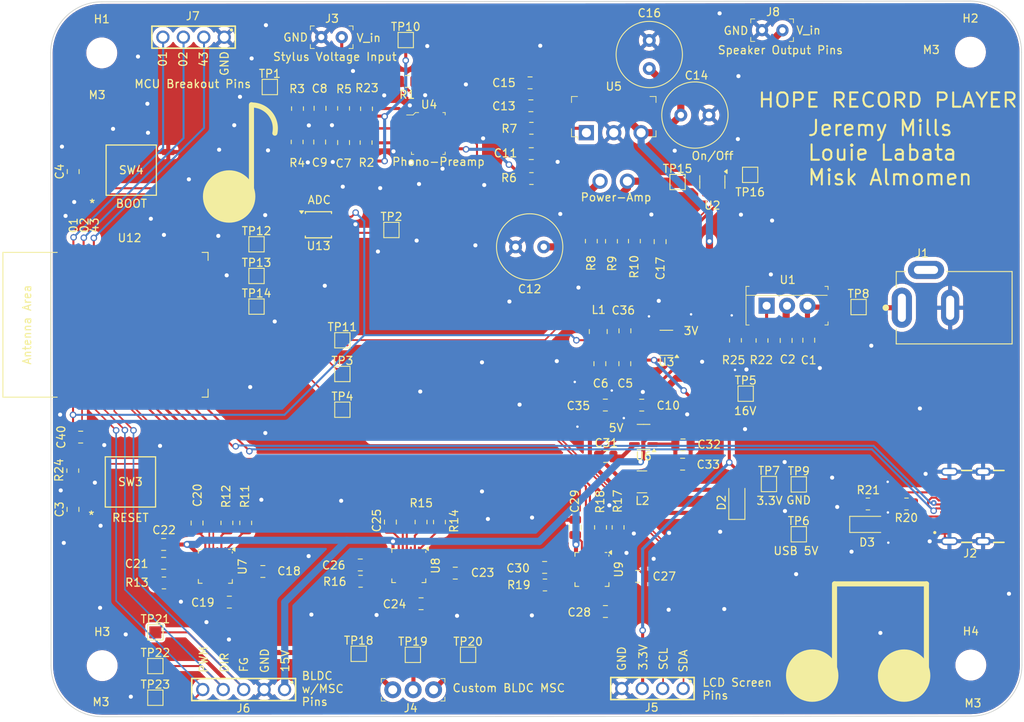
<source format=kicad_pcb>
(kicad_pcb (version 20240108) (generator "pcbnew") (generator_version "8.0")
  (layers (0 "F.Cu" signal) (31 "B.Cu" signal) (34 "B.Paste" user) (35 "F.Paste" user) (36 "B.SilkS" user "B.Silkscreen") (37 "F.SilkS" user "F.Silkscreen") (38 "B.Mask" user) (39 "F.Mask" user) (44 "Edge.Cuts" user))
  (net 0 "")
  (net 1 "GND")
  (net 2 "+5V")
  (net 3 "/Audio Amp/V_stylus_in")
  (net 4 "Net-(U4A-+)")
  (net 5 "Net-(C8-Pad1)")
  (net 6 "Net-(C8-Pad2)")
  (net 7 "Net-(C9-Pad1)")
  (net 8 "Net-(C11-Pad1)")
  (net 9 "Net-(C12-Pad1)")
  (net 10 "Net-(C17-Pad2)")
  (net 11 "Net-(U7-VCC)")
  (net 12 "Net-(U12-EN)")
  (net 13 "Net-(U7-VB)")
  (net 14 "Net-(U7-VTP)")
  (net 15 "Net-(C21-Pad1)")
  (net 16 "Net-(U8-VCC)")
  (net 17 "Net-(U12-GPIO0{slash}BOOT)")
  (net 18 "Net-(U8-VB)")
  (net 19 "Net-(U8-VTP)")
  (net 20 "Net-(C26-Pad1)")
  (net 21 "Net-(U9-VCC)")
  (net 22 "/Custom BLDC Motor Driver/VOUT_1")
  (net 23 "Net-(U9-VB)")
  (net 24 "Net-(U9-VTP)")
  (net 25 "Net-(C30-Pad1)")
  (net 26 "Net-(U6-SW)")
  (net 27 "Net-(U6-BST)")
  (net 28 "Net-(U3-SW)")
  (net 29 "Net-(U3-BST)")
  (net 30 "+3.3V")
  (net 31 "Net-(J3-Pad1)")
  (net 32 "/Custom BLDC Motor Driver/VOUT_2")
  (net 33 "Net-(U4A--)")
  (net 34 "/ADC_ANIN")
  (net 35 "Net-(R8-Pad1)")
  (net 36 "Net-(U7-DVS2)")
  (net 37 "Net-(U7-DVS1)")
  (net 38 "Net-(U8-DVS2)")
  (net 39 "Net-(U8-DVS1)")
  (net 40 "Net-(U9-DVS2)")
  (net 41 "Net-(U9-DVS1)")
  (net 42 "Net-(J2-CC1)")
  (net 43 "Net-(J2-CC2)")
  (net 44 "/PWMH1")
  (net 46 "/PWML1")
  (net 50 "/PWMH2")
  (net 51 "/PWML2")
  (net 53 "/PWMH3")
  (net 55 "/PWML3")
  (net 59 "/ADC_SDOUT")
  (net 61 "/ADC_SCLK")
  (net 62 "/ADC_LRCK")
  (net 63 "/D-")
  (net 64 "/D+")
  (net 65 "/Custom BLDC Motor Driver/VOUT_3")
  (net 75 "/Voltage Regulators/V_in")
  (net 78 "/Voltage Regulators/V_5")
  (net 79 "/V_phono_out")
  (net 80 "Net-(D3-A)")
  (net 81 "/SWITCH_IN")
  (net 82 "/SCL")
  (net 83 "/SDA")
  (net 84 "/FG")
  (net 85 "/PWM")
  (net 86 "/DIRECTION")
  (net 87 "/GPIO43")
  (net 91 "/GPIO1")
  (net 97 "/GPIO2")
  (net 100 "Net-(U1-Adj)")
  (net 105 "Net-(R10-Pad1)")
  (net 107 "Net-(J8-Pad2)")
  (net 108 "+16V")
  (footprint "Resistor_SMD:R_0805_2012Metric" (layer "F.Cu") (at 147.4743 124.9172 180)
    (property "Reference" "R19")
    (property "Value" "6mΩ")
  )
  (footprint "Resistor_SMD:R_0805_2012Metric" (layer "F.Cu") (at 158.590627 82.1584 -90)
    (property "Reference" "R10")
    (property "Value" "1.2k")
  )
  (footprint "TestPoint:TestPoint_Pad_1.5x1.5mm" (layer "F.Cu") (at 186.45 90.36)
    (property "Reference" "TP8")
    (property "Value" "TestPoint")
  )
  (footprint "Resistor_SMD:R_0805_2012Metric" (layer "F.Cu") (at 124.5635 124.46 180)
    (property "Reference" "R16")
    (property "Value" "6mΩ")
  )
  (footprint "Resistor_SMD:R_0805_2012Metric" (layer "F.Cu") (at 155.740627 82.1709 90)
    (property "Reference" "R9")
    (property "Value" "20k")
  )
  (footprint "digikey-footprints:PinHeader_1x3_P2.54_Drill1.1mm" (layer "F.Cu") (at 133.64 137.95 180)
    (property "Reference" "J4")
    (property "Value" "61300311121")
  )
  (footprint "Custom_Footprints:TL3301_A_G_EWI" (layer "F.Cu") (at 95.9612 112.105001)
    (property "Reference" "SW3")
    (property "Value" "Reset")
  )
  (footprint "Capacitor_SMD:C_0805_2012Metric" (layer "F.Cu") (at 164.58125 109.89375)
    (property "Reference" "C33")
    (property "Value" "22uF")
  )
  (footprint "Resistor_SMD:R_0805_2012Metric" (layer "F.Cu") (at 145.7925 74.375)
    (property "Reference" "R6")
    (property "Value" "1M")
  )
  (footprint "Diode_SMD:D_SOD-123F" (layer "F.Cu") (at 187.5575 117.3841)
    (property "Reference" "D3")
    (property "Value" "D_Schottky")
  )
  (footprint "Capacitor_SMD:C_0805_2012Metric" (layer "F.Cu") (at 104.2416 117.2108 90)
    (property "Reference" "C20")
    (property "Value" "1µF")
  )
  (footprint "digikey-footprints:PinHeader_1x2_P2.54mm" (layer "F.Cu") (at 122.22 56.8 180)
    (property "Reference" "J3")
    (property "Value" "M20-9990246")
  )
  (footprint "Resistor_SMD:R_0805_2012Metric" (layer "F.Cu") (at 116.68125 69.825 -90)
    (property "Reference" "R4")
    (property "Value" "1.2k")
  )
  (footprint "TestPoint:TestPoint_Pad_1.5x1.5mm" (layer "F.Cu") (at 172.974 73.914)
    (property "Reference" "TP16")
    (property "Value" "TestPoint")
  )
  (footprint "TestPoint:TestPoint_Pad_1.5x1.5mm" (layer "F.Cu") (at 111.633 90.297)
    (property "Reference" "TP14")
    (property "Value" "TestPoint")
  )
  (footprint "Capacitor_SMD:C_0805_2012Metric" (layer "F.Cu") (at 119.48125 69.8375 90)
    (property "Reference" "C9")
    (property "Value" "4.7nF")
  )
  (footprint "Capacitor_SMD:C_0805_2012Metric" (layer "F.Cu") (at 155.03125 108.94375)
    (property "Reference" "C31")
    (property "Value" "0.1uF")
  )
  (footprint "Capacitor_SMD:C_0805_2012Metric" (layer "F.Cu") (at 89.7788 106.5276 180)
    (property "Reference" "C40")
    (property "Value" ".1 uF")
  )
  (footprint "Capacitor_SMD:C_0805_2012Metric" (layer "F.Cu") (at 147.4368 122.7328 180)
    (property "Reference" "C30")
    (property "Value" "1µF")
  )
  (footprint "TestPoint:TestPoint_Pad_1.5x1.5mm" (layer "F.Cu") (at 172.42 101.13)
    (property "Reference" "TP5")
    (property "Value" "TestPoint")
  )
  (footprint "Capacitor_SMD:C_0805_2012Metric" (layer "F.Cu") (at 177.45 94.51 -90)
    (property "Reference" "C2")
    (property "Value" "1uF")
  )
  (footprint "Capacitor_SMD:C_0805_2012Metric" (layer "F.Cu") (at 112.4204 123.2408 180)
    (property "Reference" "C18")
    (property "Value" "1µF")
  )
  (footprint "TestPoint:TestPoint_Pad_1.5x1.5mm" (layer "F.Cu") (at 137.922 133.604)
    (property "Reference" "TP20")
    (property "Value" "TestPoint")
  )
  (footprint "Capacitor_SMD:C_0805_2012Metric" (layer "F.Cu") (at 108.2548 127.0508 180)
    (property "Reference" "C19")
    (property "Value" "1µF")
  )
  (footprint "Capacitor_THT:C_Radial_D8.0mm_H11.5mm_P3.50mm" (layer "F.Cu") (at 147.325 82.875 180)
    (property "Reference" "C12")
    (property "Value" "100uF")
  )
  (footprint "Resistor_SMD:R_0805_2012Metric" (layer "F.Cu") (at 122.45 65.65 90)
    (property "Reference" "R5")
    (property "Value" "10k")
  )
  (footprint "Package_DFN_QFN:QFN-24-1EP_4x4mm_P0.5mm_EP2.7x2.7mm" (layer "F.Cu") (at 106.513 122.595 -90)
    (property "Reference" "U7")
    (property "Value" "~")
  )
  (footprint "Package_DFN_QFN:QFN-24-1EP_4x4mm_P0.5mm_EP2.7x2.7mm" (layer "F.Cu") (at 153.3144 122.9868 -90)
    (property "Reference" "U9")
    (property "Value" "~")
  )
  (footprint "Resistor_SMD:R_0805_2012Metric" (layer "F.Cu") (at 88.7984 110.6951 -90)
    (property "Reference" "R24")
    (property "Value" "10k")
  )
  (footprint "Package_TO_SOT_SMD:TSOT-23-6" (layer "F.Cu") (at 159.73125 106.50625 180)
    (property "Reference" "U6")
    (property "Value" "AP63205WU")
  )
  (footprint "TestPoint:TestPoint_Pad_1.5x1.5mm" (layer "F.Cu") (at 124.333 133.477)
    (property "Reference" "TP18")
    (property "Value" "TestPoint")
  )
  (footprint "digikey-footprints:TO-220-3" (layer "F.Cu") (at 175.02 90.19)
    (property "Reference" "U1")
    (property "Value" "LM338")
  )
  (footprint "digikey-footprints:TO-220-5" (layer "F.Cu") (at 156.025 68.675)
    (property "Reference" "U5")
    (property "Value" "LM1875T_NOPB")
  )
  (footprint "MountingHole:MountingHole_3.2mm_M3" (layer "F.Cu") (at 200.4 134.88)
    (property "Reference" "H4")
    (property "Value" "MountingHole")
  )
  (footprint "TestPoint:TestPoint_Pad_1.5x1.5mm" (layer "F.Cu") (at 179.02 112.41)
    (property "Reference" "TP9")
    (property "Value" "TestPoint")
  )
  (footprint "Custom_Footprints:TL3301_A_G_EWI" (layer "F.Cu") (at 96.0628 73.3298)
    (property "Reference" "SW4")
    (property "Value" "Boot")
  )
  (footprint "TestPoint:TestPoint_Pad_1.5x1.5mm" (layer "F.Cu") (at 99.06 135.001)
    (property "Reference" "TP22")
    (property "Value" "TestPoint")
  )
  (footprint "Capacitor_SMD:C_0805_2012Metric" (layer "F.Cu") (at 88.8238 115.5192 90)
    (property "Reference" "C3")
    (property "Value" ".1 uF")
  )
  (footprint "Custom_Footprints:PJ_002B" (layer "F.Cu") (at 191.83 90.44)
    (property "Reference" "J1")
    (property "Value" "DAC-18E")
  )
  (footprint "61300411121:61300411121" (layer "F.Cu") (at 160.8328 137.795 180)
    (property "Reference" "J5")
    (property "Value" "6130XX11121_61300411121")
    (property "VALUE" "61300411121" (hide yes))
  )
  (footprint "Package_DFN_QFN:QFN-24-1EP_4x4mm_P0.5mm_EP2.7x2.7mm" (layer "F.Cu") (at 130.556 122.515 -90)
    (property "Reference" "U8")
    (property "Value" "~")
  )
  (footprint "Capacitor_SMD:C_0805_2012Metric" (layer "F.Cu") (at 119.525 65.6375 -90)
    (property "Reference" "C8")
    (property "Value" "10uF")
  )
  (footprint "digikey-footprints:PinHeader_1x2_P2.54mm" (layer "F.Cu") (at 174.45 55.92)
    (property "Reference" "J8")
    (property "Value" "M20-9990246")
  )
  (footprint "TestPoint:TestPoint_Pad_1.5x1.5mm" (layer "F.Cu") (at 113.284 62.992)
    (property "Reference" "TP1")
    (property "Value" "TestPoint")
  )
  (footprint "TestPoint:TestPoint_Pad_1.5x1.5mm" (layer "F.Cu") (at 111.633 86.487)
    (property "Reference" "TP13")
    (property "Value" "TestPoint")
  )
  (footprint "TestPoint:TestPoint_Pad_1.5x1.5mm" (layer "F.Cu") (at 179.02 118.61)
    (property "Reference" "TP6")
    (property "Value" "TestPoint")
  )
  (footprint "Package_TO_SOT_SMD:SOT-23-6" (layer "F.Cu") (at 168.275 74.803 -90)
    (property "Reference" "U2")
    (property "Value" "TS5A3160DBV")
  )
  (footprint "Capacitor_SMD:C_0805_2012Metric" (layer "F.Cu") (at 159.5 102.55 180)
    (property "Reference" "C10")
    (property "Value" "10uF")
  )
  (footprint "Resistor_SMD:R_0805_2012Metric" (layer "F.Cu") (at 156.5656 117.7563 90)
    (property "Reference" "R17")
    (property "Value" "20kΩ")
  )
  (footprint "TestPoint:TestPoint_Pad_1.5x1.5mm" (layer "F.Cu") (at 111.633 82.55)
    (property "Reference" "TP12")
    (property "Value" "TestPoint")
  )
  (footprint "Resistor_SMD:R_0805_2012Metric" (layer "F.Cu") (at 171.15 94.49 -90)
    (property "Reference" "R25")
    (property "Value" "2.7k")
  )
  (footprint "Resistor_SMD:R_0805_2012Metric" (layer "F.Cu") (at 187.6083 114.8441 180)
    (property "Reference" "R21")
    (property "Value" "5.1 k")
  )
  (footprint "Resistor_SMD:R_0805_2012Metric" (layer "F.Cu") (at 125.25 69.9 -90)
    (property "Reference" "R2")
    (property "Value" "10k")
  )
  (footprint "Capacitor_SMD:C_0805_2012Metric" (layer "F.Cu") (at 154.9908 128.2192 180)
    (property "Reference" "C28")
    (property "Value" "1µF")
  )
  (footprint "Capacitor_SMD:C_0805_2012Metric" (layer "F.Cu") (at 122.45 69.9 -90)
    (property "Reference" "C7")
    (property "Value" "10uF")
  )
  (footprint "Capacitor_THT:C_Radial_D8.0mm_H11.5mm_P3.50mm" (layer "F.Cu") (at 160.44 60.7 90)
    (property "Reference" "C16")
    (property "Value" "100uF")
  )
  (footprint "digikey-footprints:SOIC-8_W3.9mm" (layer "F.Cu") (at 132.98125 68.7725 -90)
    (property "Reference" "U4")
    (property "Value" "OPA2134")
  )
  (footprint "Resistor_SMD:R_0805_2012Metric" (layer "F.Cu") (at 153.240627 82.1584 -90)
    (property "Reference" "R8")
    (property "Value" "1.2k")
  )
  (footprint "Capacitor_SMD:C_0805_2012Metric" (layer "F.Cu") (at 151.2316 117.7544 90)
    (property "Reference" "C29")
    (property "Value" "1µF")
  )
  (footprint "Resistor_SMD:R_0805_2012Metric" (layer "F.Cu") (at 154.3812 117.7563 90)
    (property "Reference" "R18")
    (property "Value" "20kΩ")
  )
  (footprint "Capacitor_SMD:C_0805_2012Metric" (layer "F.Cu") (at 100.0912 122.2248 180)
    (property "Reference" "C21")
    (property "Value" "1µF")
  )
  (footprint "Capacitor_SMD:C_0805_2012Metric" (layer "F.Cu") (at 145.775 71.275 180)
    (property "Reference" "C11")
    (property "Value" "4.7uF")
  )
  (footprint "Capacitor_SMD:C_0805_2012Metric" (layer "F.Cu") (at 164.63125 107.49375)
    (property "Reference" "C32")
    (property "Value" "22uF")
  )
  (footprint "TestPoint:TestPoint_Pad_1.5x1.5mm" (layer "F.Cu") (at 175.31 112.37)
    (property "Reference" "TP7")
    (property "Value" "TestPoint")
  )
  (footprint "Resistor_SMD:R_0805_2012Metric" (layer "F.Cu") (at 132.08 117.094 90)
    (property "Reference" "R15")
    (property "Value" "20kΩ")
  )
  (footprint "Capacitor_SMD:C_0805_2012Metric" (layer "F.Cu") (at 154.3 97.4 -90)
    (property "Reference" "C6")
    (property "Value" "22uF")
  )
  (footprint "Inductor_SMD:L_1008_2520Metric" (layer "F.Cu") (at 154.1 93.4 -90)
    (property "Reference" "L1")
    (property "Value" "2.2uH")
  )
  (footprint "61300511121:61300511121" (layer "F.Cu") (at 110.0328 137.922 180)
    (property "Reference" "J6")
    (property "Value" "6130XX11121_61300511121")
    (property "VALUE" "61300511121" (hide yes))
  )
  (footprint "Capacitor_SMD:C_0805_2012Metric" (layer "F.Cu") (at 100.0912 119.888 180)
    (property "Reference" "C22")
    (property "Value" "1µF")
  )
  (footprint "Capacitor_SMD:C_0805_2012Metric" (layer "F.Cu") (at 136.332 123.444 180)
    (property "Reference" "C23")
    (property "Value" "1µF")
  )
  (footprint "TestPoint:TestPoint_Pad_1.5x1.5mm" (layer "F.Cu") (at 122.301 98.679)
    (property "Reference" "TP3")
    (property "Value" "TestPoint")
  )
  (footprint "Resistor_SMD:R_0805_2012Metric" (layer "F.Cu") (at 107.95 117.1975 90)
    (property "Reference" "R12")
    (property "Value" "20kΩ")
  )
  (footprint "TestPoint:TestPoint_Pad_1.5x1.5mm" (layer "F.Cu") (at 99.06 138.938)
    (property "Reference" "TP23")
    (property "Value" "TestPoint")
  )
  (footprint "TestPoint:TestPoint_Pad_1.5x1.5mm" (layer "F.Cu") (at 131.064 133.604)
    (property "Reference" "TP19")
    (property "Value" "TestPoint")
  )
  (footprint "Resistor_SMD:R_0805_2012Metric" (layer "F.Cu") (at 145.7875 68.125 180)
    (property "Reference" "R7")
    (property "Value" "22k")
  )
  (footprint "Resistor_SMD:R_0805_2012Metric" (layer "F.Cu") (at 130.35 62.3 180)
    (property "Reference" "R1")
    (property "Value" "10k")
  )
  (footprint "Resistor_SMD:R_0805_2012Metric" (layer "F.Cu") (at 125.3 65.7 90)
    (property "Reference" "R23")
    (property "Value" "1k")
  )
  (footprint "Capacitor_SMD:C_0805_2012Metric" (layer "F.Cu") (at 124.526 122.428 180)
    (property "Reference" "C26")
    (property "Value" "1µF")
  )
  (footprint "Capacitor_SMD:C_0805_2012Metric" (layer "F.Cu") (at 157.4125 93.3125 -90)
    (property "Reference" "C36")
    (property "Value" "0.1uF")
  )
  (footprint "Capacitor_SMD:C_0805_2012Metric" (layer "F.Cu") (at 145.625 62.475 180)
    (property "Reference" "C15")
    (property "Value" "0.1uF")
  )
  (footprint "Capacitor_SMD:C_0805_2012Metric" (layer "F.Cu") (at 132.08 127.254 180)
    (property "Reference" "C24")
    (property "Value" "1µF")
  )
  (footprint "Resistor_SMD:R_0805_2012Metric" (layer "F.Cu") (at 116.725 65.675 90)
    (property "Reference" "R3")
    (property "Value" "47k")
  )
  (footprint "Resistor_SMD:R_0805_2012Metric" (layer "F.Cu") (at 174.45 94.51 90)
    (property "Reference" "R22")
    (property "Value" "220")
  )
  (footprint "MountingHole:MountingHole_3.2mm_M3" (layer "F.Cu") (at 92.4 58.75)
    (property "Reference" "H1")
    (property "Value" "MountingHole")
  )
  (footprint "Capacitor_SMD:C_0805_2012Metric" (layer "F.Cu") (at 161.790627 82.2209 -90)
    (property "Reference" "C17")
    (property "Value" "33nF")
  )
  (footprint "Resistor_SMD:R_0805_2012Metric" (layer "F.Cu") (at 192.4089 114.8441)
    (property "Reference" "R20")
    (property "Value" "5.1 k")
  )
  (footprint "61300411121:61300411121" (layer "F.Cu") (at 103.8098 56.7944 180)
    (property "Reference" "J7")
    (property "Value" "6130XX11121_61300411121")
    (property "VALUE" "61300411121" (hide yes))
  )
  (footprint "Resistor_SMD:R_0805_2012Metric" (layer "F.Cu") (at 100.1287 124.6632 180)
    (property "Reference" "R13")
    (property "Value" "6mΩ")
  )
  (footprint "Capacitor_SMD:C_0805_2012Metric" (layer "F.Cu") (at 159.004 123.8504 180)
    (property "Reference" "C27")
    (property "Value" "1µF")
  )
  (footprint "MountingHole:MountingHole_3.2mm_M3" (layer "F.Cu") (at 92.45 134.95)
    (property "Reference" "H3")
    (property "Value" "MountingHole")
  )
  (footprint "TestPoint:TestPoint_Pad_1.5x1.5mm" (layer "F.Cu") (at 130.175 57.15)
    (property "Reference" "TP10")
    (property "Value" "TestPoint")
  )
  (footprint "PCM_Espressif:ESP32-S3-WROOM-1" (layer "F.Cu") (at 95.8632 92.5592 90)
    (property "Reference" "U12")
    (property "Value" "ESP32-S3-WROOM-1")
  )
  (footprint "MountingHole:MountingHole_3.2mm_M3" (layer "F.Cu") (at 200.35 58.66)
    (property "Reference" "H2")
    (property "Value" "MountingHole")
  )
  (footprint "Package_SO:TSSOP-10_3x3mm_P0.5mm" (layer "F.Cu") (at 119.325 80.125)
    (property "Reference" "U13")
    (property "Value" "CS5344")
  )
  (footprint "Diode_SMD:D_SOD-123F" (layer "F.Cu") (at 171.323 114.554 90)
    (property "Reference" "D2")
    (property "Value" "D_Schottky")
  )
  (footprint "Capacitor_SMD:C_0805_2012Metric" (layer "F.Cu") (at 128.27 117.094 90)
    (property "Reference" "C25")
    (property "Value" "1µF")
  )
  (footprint "Capacitor_SMD:C_0805_2012Metric" (layer "F.Cu") (at 154.98125 102.54375 180)
    (property "Reference" "C35")
    (property "Value" "10uF")
  )
  (footprint "Package_TO_SOT_SMD:TSOT-23-6" (layer "F.Cu") (at 162.5625 94.8 180)
    (property "Reference" "U3")
    (property "Value" "AP63203WU")
  )
  (footprint "TestPoint:TestPoint_Pad_1.5x1.5mm" (layer "F.Cu") (at 122.301 94.488)
    (property "Reference" "TP11")
    (property "Value" "TestPoint")
  )
  (footprint "Capacitor_THT:C_Radial_D8.0mm_H11.5mm_P3.50mm" (layer "F.Cu") (at 164.36 66.48)
    (property "Reference" "C14")
    (property "Value" "100uF")
  )
  (footprint "Capacitor_SMD:C_0805_2012Metric" (layer "F.Cu") (at 88.8492 73.5076 90)
    (property "Reference" "C4")
    (property "Value" "0.1 uF")
  )
  (footprint "Resistor_SMD:R_0805_2012Metric" (layer "F.Cu") (at 134.366 117.094 90)
    (property "Reference" "R14")
    (property "Value" "20kΩ")
  )
  (footprint "TestPoint:TestPoint_Pad_1.5x1.5mm" (layer "F.Cu") (at 122.301 103.124)
    (property "Reference" "TP4")
    (property "Value" "TestPoint")
  )
  (footprint "TestPoint:TestPoint_Pad_1.5x1.5mm" (layer "F.Cu") (at 128.397 80.772)
    (property "Reference" "TP2")
    (property "Value" "TestPoint")
  )
  (footprint "Capacitor_SMD:C_0805_2012Metric" (layer "F.Cu") (at 180.26 94.48 -90)
    (property "Reference" "C1")
    (property "Value" "0.1uF")
  )
  (footprint "TestPoint:TestPoint_Pad_1.5x1.5mm" (layer "F.Cu") (at 99.06 130.81)
    (property "Reference" "TP21")
    (property "Value" "TestPoint")
  )
  (footprint "Custom_Footprints:GCT_USB4105GFA120" (layer "F.Cu") (at 201.92 115.15 90)
    (property "Reference" "J2")
    (property "Value" "USB_C_Receptacle_USB2.0_16P")
  )
  (footprint "TestPoint:TestPoint_Pad_1.5x1.5mm" (layer "F.Cu") (at 163.957 74.803)
    (property "Reference" "TP15")
    (property "Value" "TestPoint")
  )
  (footprint "Resistor_SMD:R_0805_2012Metric" (layer "F.Cu") (at 110.2868 117.1956 90)
    (property "Reference" "R11")
    (property "Value" "20kΩ")
  )
  (footprint "Inductor_SMD:L_1210_3225Metric" (layer "F.Cu") (at 159.53125 112.09375)
    (property "Reference" "L2")
    (property "Value" "4.7uH")
  )
  (footprint "Capacitor_SMD:C_0805_2012Metric" (layer "F.Cu") (at 157.4 97.4 -90)
    (property "Reference" "C5")
    (property "Value" "22uF")
  )
  (footprint "Capacitor_SMD:C_0805_2012Metric" (layer "F.Cu") (at 145.725 65.325 180)
    (property "Reference" "C13")
    (property "Value" "0.1uF")
  )
  (gr_line (start 194.88 136.21) (end 194.88 124.78) (stroke (width 0.635)) (layer "F.SilkS"))
  (gr_circle (center 192.107517 136.19) (end 195.29 136.19) (stroke (width 0.15)) (fill solid) (layer "F.SilkS"))
  (gr_circle (center 108.2294 76.6064) (end 111.411883 76.6064) (stroke (width 0.15)) (fill solid) (layer "F.SilkS"))
  (gr_arc (start 111.041547 65.231525) (mid 113.31187 66.296419) (end 113.911205 68.731395) (stroke (width 0.635)) (layer "F.SilkS"))
  (gr_line (start 111.001883 76.6264) (end 111.001883 65.1964) (stroke (width 0.635)) (layer "F.SilkS"))
  (gr_line (start 194.895 124.78) (end 183.465 124.78) (stroke (width 0.635)) (layer "F.SilkS"))
  (gr_circle (center 180.687517 136.19) (end 183.87 136.19) (stroke (width 0.15)) (fill solid) (layer "F.SilkS"))
  (gr_line (start 183.46 136.21) (end 183.46 124.78) (stroke (width 0.635)) (layer "F.SilkS"))
  (gr_arc (start 92.45 141.3) (mid 87.959872 139.440128) (end 86.1 134.95) (stroke (width 0.1)) (layer "Edge.Cuts"))
  (gr_line (start 206.7 58.66) (end 206.75 134.88) (stroke (width 0.1)) (layer "Edge.Cuts"))
  (gr_line (start 86.05 58.75) (end 86.1 134.95) (stroke (width 0.1)) (layer "Edge.Cuts"))
  (gr_arc (start 200.35 52.31) (mid 204.840128 54.169872) (end 206.7 58.66) (stroke (width 0.1)) (layer "Edge.Cuts"))
  (gr_arc (start 86.05 58.75) (mid 87.909872 54.259872) (end 92.4 52.4) (stroke (width 0.1)) (layer "Edge.Cuts"))
  (gr_arc (start 206.75 134.88) (mid 204.890128 139.370128) (end 200.4 141.23) (stroke (width 0.1)) (layer "Edge.Cuts"))
  (gr_line (start 92.45 141.3) (end 200.4 141.23) (stroke (width 0.1)) (layer "Edge.Cuts"))
  (gr_line (start 92.4 52.4) (end 200.35 52.31) (stroke (width 0.1)) (layer "Edge.Cuts"))
  (gr_text "Stylus Voltage Input\n" (at 113.6 59.82 0) (layer "F.SilkS") (effects (font (size 1 1)) (justify left bottom)))
  (gr_text "Custom BLDC MSC" (at 135.904 138.32 0) (layer "F.SilkS") (effects (font (size 1 1)) (justify left bottom)))
  (gr_text "M3" (at 90.678 64.5668 0) (layer "F.SilkS") (effects (font (size 1 1)) (justify left bottom)))
  (gr_text "FG" (at 110.0582 134.8232 90) (layer "F.SilkS") (effects (font (size 1 1))))
  (gr_text "01" (at 88.88 80.2 90) (layer "F.SilkS") (effects (font (size 1 1))))
  (gr_text "RESET" (at 93.599 117.1448 0) (layer "F.SilkS") (effects (font (size 1 1)) (justify left bottom)))
  (gr_text "GND" (at 179 114.38 0) (layer "F.SilkS") (effects (font (size 1 1))))
  (gr_text "GND" (at 169.59 56.58 0) (layer "F.SilkS") (effects (font (size 1 1)) (justify left bottom)))
  (gr_text "15V" (at 115.189 134.366 90) (layer "F.SilkS") (effects (font (size 1 1))))
  (gr_text "M3" (at 199.517 140.208 0) (layer "F.SilkS") (effects (font (size 1 1)) (justify left bottom)))
  (gr_text "HOPE RECORD PLAYER" (at 173.82 65.67 0) (layer "F.SilkS") (effects (font (size 1.778 1.905) (thickness 0.254)) (justify left bottom)))
  (gr_text "43" (at 105.0544 59.5376 90) (layer "F.SilkS") (effects (font (size 1 1))))
  (gr_text "M3" (at 194.3354 58.9534 0) (layer "F.SilkS") (effects (font (size 1 1)) (justify left bottom)))
  (gr_text "43" (at 91.5 80.19 90) (layer "F.SilkS") (effects (font (size 1 1))))
  (gr_text "Speaker Output Pins" (at 168.87 58.99 0) (layer "F.SilkS") (effects (font (size 1 1)) (justify left bottom)))
  (gr_text "BOOT" (at 94.0562 78.0796 0) (layer "F.SilkS") (effects (font (size 1 1)) (justify left bottom)))
  (gr_text "V_in" (at 123.97 57.47 0) (layer "F.SilkS") (effects (font (size 1 1)) (justify left bottom)))
  (gr_text "GND" (at 114.87 57.41 0) (layer "F.SilkS") (effects (font (size 1 1)) (justify left bottom)))
  (gr_text "LCD Screen \nPins" (at 166.9542 139.2428 0) (layer "F.SilkS") (effects (font (size 1 1)) (justify left bottom)))
  (gr_text "GND" (at 107.6452 60.071 90) (layer "F.SilkS") (effects (font (size 1 1))))
  (gr_text "M3" (at 91.1606 140.0556 0) (layer "F.SilkS") (effects (font (size 1 1)) (justify left bottom)))
  (gr_text "Phono-Preamp\n" (at 128.4 72.87 0) (layer "F.SilkS") (effects (font (size 1 1)) (justify left bottom)))
  (gr_text "02" (at 90.24 80.18 90) (layer "F.SilkS") (effects (font (size 1 1))))
  (gr_text "BLDC \nw/MSC \nPins" (at 117.1702 140.0302 0) (layer "F.SilkS") (effects (font (size 1 1)) (justify left bottom)))
  (gr_text "On/Off" (at 165.608 72.136 0) (layer "F.SilkS") (effects (font (size 1 1)) (justify left bottom)))
  (gr_text "SCL" (at 162.2044 134.112 90) (layer "F.SilkS") (effects (font (size 1 1))))
  (gr_text "ADC" (at 117.9068 77.6224 0) (layer "F.SilkS") (effects (font (size 1 1)) (justify left bottom)))
  (gr_text "3V" (at 164.63 93.9 0) (layer "F.SilkS") (effects (font (size 1 1)) (justify left bottom)))
  (gr_text "3.3V" (at 159.6898 133.9088 90) (layer "F.SilkS") (effects (font (size 1 1))))
  (gr_text "MCU Breakout Pins" (at 96.3676 63.1952 0) (layer "F.SilkS") (effects (font (size 1 1)) (justify left bottom)))
  (gr_text "02" (at 102.5144 59.5376 90) (layer "F.SilkS") (effects (font (size 1 1))))
  (gr_text "SDA" (at 164.6682 134.366 90) (layer "F.SilkS") (effects (font (size 1 1))))
  (gr_text "V_in" (at 178.63 56.53 0) (layer "F.SilkS") (effects (font (size 1 1)) (justify left bottom)))
  (gr_text "USB 5V" (at 178.67 120.68 0) (layer "F.SilkS") (effects (font (size 1 1))))
  (gr_text "GND" (at 112.649 134.3406 90) (layer "F.SilkS") (effects (font (size 1 1))))
  (gr_text "16V" (at 172.3644 103.2764 0) (layer "F.SilkS") (effects (font (size 1 1))))
  (gr_text "Power-Amp" (at 151.83 77.29 0) (layer "F.SilkS") (effects (font (size 1 1)) (justify left bottom)))
  (gr_text "Jeremy Mills\nLouie Labata\nMisk Almomen" (at 179.99 75.35 0) (layer "F.SilkS") (effects (font (size 1.905 1.905) (thickness 0.254)) (justify left bottom)))
  (gr_text "PWM" (at 105.0544 134.1882 90) (layer "F.SilkS") (effects (font (size 1 1))))
  (gr_text "5V" (at 155.321 105.9688 0) (layer "F.SilkS") (effects (font (size 1 1)) (justify left bottom)))
  (gr_text "DIR" (at 107.6452 134.5692 90) (layer "F.SilkS") (effects (font (size 1 1))))
  (gr_text "GND" (at 157.0228 134.0866 90) (layer "F.SilkS") (effects (font (size 1 1))))
  (gr_text "01" (at 99.9744 59.5122 90) (layer "F.SilkS") (effects (font (size 1 1))))
  (gr_text "3.3V" (at 175.39 114.44 0) (layer "F.SilkS") (effects (font (size 1 1))))
  (segment (start 195.63 111.95) (end 194.78 111.1) (width 0.381) (layer "F.Cu") (net 1))
  (segment (start 197.165 111.95) (end 195.63 111.95) (width 0.381) (layer "F.Cu") (net 1))
  (segment (start 135.603 121.765) (end 137.282 123.444) (width 0.2032) (layer "F.Cu") (net 1))
  (segment (start 197.165 118.35) (end 196.43 118.35) (width 0.381) (layer "F.Cu") (net 1))
  (segment (start 197.165 118.35) (end 197.165 118.895) (width 0.254) (layer "F.Cu") (net 1))
  (segment (start 123.4908 79.625) (end 121.475 79.625) (width 0.254) (layer "F.Cu") (net 1))
  (segment (start 196.43 118.35) (end 195.29 119.49) (width 0.381) (layer "F.Cu") (net 1))
  (segment (start 159.954 123.8504) (end 158.3404 122.2368) (width 0.254) (layer "F.Cu") (net 1))
  (segment (start 108.4755 121.845) (end 111.9746 121.845) (width 0.254) (layer "F.Cu") (net 1))
  (segment (start 158.59375 102.59375) (end 158.55 102.55) (width 0.254) (layer "F.Cu") (net 1))
  (segment (start 158.59375 105.55625) (end 158.59375 102.59375) (width 0.254) (layer "F.Cu") (net 1))
  (segment (start 132.5185 121.765) (end 135.603 121.765) (width 0.2032) (layer "F.Cu") (net 1))
  (segment (start 197.165 118.895) (end 197.74 119.47) (width 0.254) (layer "F.Cu") (net 1))
  (segment (start 158.3404 122.2368) (end 155.2769 122.2368) (width 0.254) (layer "F.Cu") (net 1))
  (segment (start 123.9266 80.0608) (end 123.4908 79.625) (width 0.254) (layer "F.Cu") (net 1))
  (segment (start 111.9746 121.845) (end 113.3704 123.2408) (width 0.254) (layer "F.Cu") (net 1))
  (via (at 108.204 131.699) (size 0.8128) (drill 0.508) (layers "F.Cu" "B.Cu") (net 1))
  (via (at 99.64 107.62) (size 0.8128) (drill 0.508) (layers "F.Cu" "B.Cu") (net 1))
  (via (at 126.55 128.65) (size 0.8128) (drill 0.508) (layers "F.Cu" "B.Cu") (net 1))
  (via (at 87.9 79.02) (size 0.8128) (drill 0.508) (layers "F.Cu" "B.Cu") (net 1))
  (via (at 134.747 73.152) (size 0.8128) (drill 0.508) (layers "F.Cu" "B.Cu") (net 1))
  (via (at 138.83 82.68) (size 0.8128) (drill 0.508) (layers "F.Cu" "B.Cu") (net 1))
  (via (at 190.0682 112.0902) (size 0.7112) (drill 0.3048) (layers "F.Cu" "B.Cu") (net 1))
  (via (at 185.5724 120.777) (size 0.8128) (drill 0.508) (layers "F.Cu" "B.Cu") (net 1))
  (via (at 118.45 128.6) (size 0.8128) (drill 0.508) (layers "F.Cu" "B.Cu") (net 1))
  (via (at 112.71 78.92) (size 0.8128) (drill 0.508) (layers "F.Cu" "B.Cu") (net 1))
  (via (at 128.651 70.993) (size 0.8128) (drill 0.508) (layers "F.Cu" "B.Cu") (net 1))
  (via (at 98.0694 65.0748) (size 0.8128) (drill 0.508) (layers "F.Cu" "B.Cu") (net 1))
  (via (at 136.55 128.75) (size 0.8128) (drill 0.508) (layers "F.Cu" "B.Cu") (net 1))
  (via (at 127.5 64.03) (size 0.8128) (drill 0.508) (layers "F.Cu" "B.Cu") (net 1))
  (via (at 183.7944 115.2144) (size 0.8128) (drill 0.508) (layers "F.Cu" "B.Cu") (net 1))
  (via (at 131.826 75.057) (size 0.8128) (drill 0.508) (layers "F.Cu" "B.Cu") (net 1))
  (via (at 98.5012 79.375) (size 0.8128) (drill 0.508) (layers "F.Cu" "B.Cu") (net 1))
  (via (at 194.07 102.97) (size 0.8128) (drill 0.508) (layers "F.Cu" "B.Cu") (net 1))
  (via (at 118.0084 72.3646) (size 0.8128) (drill 0.508) (layers "F.Cu" "B.Cu") (net 1))
  (via (at 139.6492 113.284) (size 0.8128) (drill 0.508) (layers "F.Cu" "B.Cu") (net 1))
  (via (at 122.15 114.45) (size 0.8128) (drill 0.508) (layers "F.Cu" "B.Cu") (net 1))
  (via (at 146.89 57.86) (size 0.8128) (drill 0.508) (layers "F.Cu" "B.Cu") (net 1))
  (via (at 194.78 111.1) (size 0.8128) (drill 0.508) (layers "F.Cu" "B.Cu") (net 1))
  (via (at 92.19 127.76) (size 0.8128) (drill 0.508) (layers "F.Cu" "B.Cu") (net 1))
  (via (at 151.638 87.9348) (size 0.8128) (drill 0.508) (layers "F.Cu" "B.Cu") (net 1))
  (via (at 87.2998 113.157) (size 0.8128) (drill 0.508) (layers "F.Cu" "B.Cu") (net 1))
  (via (at 160.9852 121.666) (size 0.8128) (drill 0.508) (layers "F.Cu" "B.Cu") (net 1))
  (via (at 92.71 107.5182) (size 0.8128) (drill 0.508) (layers "F.Cu" "B.Cu") (net 1))
  (via (at 109.5756 64.2112) (size 0.8128) (drill 0.508) (layers "F.Cu" "B.Cu") (net 1))
  (via (at 183.1633 111.5675) (size 0.8128) (drill 0.508) (layers "F.Cu" "B.Cu") (net 1))
  (via (at 188.03 95.16) (size 0.8128) (drill 0.508) (layers "F.Cu" "B.Cu") (net 1))
  (via (at 205.14 126.01) (size 0.8128) (drill 0.508) (layers "F.Cu" "B.Cu") (net 1))
  (via (at 171.831 78.867) (size 0.8128) (drill 0.508) (layers "F.Cu" "B.Cu") (net 1))
  (via (at 88.9762 77.2922) (size 0.8128) (drill 0.508) (layers "F.Cu" "B.Cu") (net 1))
  (via (at 87.6808 119.6848) (size 0.8128) (drill 0.508) (layers "F.Cu" "B.Cu") (net 1))
  (via (at 171.0944 98.171) (size 0.7112) (drill 0.3048) (layers "F.Cu" "B.Cu") (net 1))
  (via (at 98.1456 68.6816) (size 0.8128) (drill 0.508) (layers "F.Cu" "B.Cu") (net 1))
  (via (at 175.55 86.3) (size 0.8128) (drill 0.508) (layers "F.Cu" "B.Cu") (net 1))
  (via (at 123.62 61) (size 0.8128) (drill 0.508) (layers "F.Cu" "B.Cu") (net 1))
  (via (at 96.901 59.2074) (size 0.8128) (drill 0.508) (layers "F.Cu" "B.Cu") (net 1))
  (via (at 157.607 120.9294) (size 0.8128) (drill 0.508) (layers "F.Cu" "B.Cu") (net 1))
  (via (at 118.11 121.33) (size 0.8128) (drill 0.508) (layers "F.Cu" "B.Cu") (net 1))
  (via (at 165.15 103.7) (size 0.8128) (drill 0.508) (layers "F.Cu" "B.Cu") (net 1))
  (via (at 139.6492 97.2312) (size 0.8128) (drill 0.508) (layers "F.Cu" "B.Cu") (net 1))
  (via (at 122.3518 75.3872) (size 0.8128) (drill 0.508) (layers "F.Cu" "B.Cu") (net 1))
  (via (at 149.38 78.78) (size 0.8128) (drill 0.508) (layers "F.Cu" "B.Cu") (net 1))
  (via (at 160.401 91.5162) (size 0.7112) (drill 0.3048) (layers "F.Cu" "B.Cu") (net 1))
  (via (at 190.1444 119.6594) (size 0.7112) (drill 0.3048) (layers "F.Cu" "B.Cu") (net 1))
  (via (at 169.18 53.83) (size 0.8128) (drill 0.508) (layers "F.Cu" "B.Cu") (net 1))
  (via (at 112.8 55.3) (size 0.8128) (drill 0.508) (layers "F.Cu" "B.Cu") (net 1))
  (via (at 106.9848 70.7898) (size 0.8128) (drill 0.508) (layers "F.Cu" "B.Cu") (net 1))
  (via (at 123.9266 80.0608) (size 0.8128) (drill 0.508) (layers "F.Cu" "B.Cu") (net 1))
  (via (at 107.9246 86.4108) (size 0.8128) (drill 0.508) (layers "F.Cu" "B.Cu") (net 1))
  (via (at 120.1166 87.7062) (size 0.8128) (drill 0.508) (layers "F.Cu" "B.Cu") (net 1))
  (via (at 177.3 115.72) (size 0.8128) (drill 0.508) (layers "F.Cu" "B.Cu") (net 1))
  (via (at 160.7 78.85) (size 0.8128) (drill 0.508) (layers "F.Cu" "B.Cu") (net 1))
  (via (at 93.8022 68.199) (size 0.8128) (drill 0.508) (layers "F.Cu" "B.Cu") (net 1))
  (via (at 157.2768 104.1654) (size 0.7112) (drill 0.3048) (layers "F.Cu" "B.Cu") (net 1))
  (via (at 161.6202 89.5858) (size 0.8128) (drill 0.508) (layers "F.Cu" "B.Cu") (net 1))
  (via (at 132.588 64.008) (size 0.8128) (drill 0.508) (layers "F.Cu" "B.Cu") (net 1))
  (via (at 111.0234 59.436) (size 0.8128) (drill 0.508) (layers "F.Cu" "B.Cu") (net 1))
  (via (at 158.5214 118.5164) (size 0.8128) (drill 0.508) (layers "F.Cu" "B.Cu") (net 1))
  (via (at 126.72 83.45) (size 0.8128) (drill 0.508) (layers "F.Cu" "B.Cu") (net 1))
  (via (at 189.16 130.88) (size 0.8128) (drill 0.508) (layers "F.Cu" "B.Cu") (net 1))
  (via (at 113.8936 92.1512) (size 0.8128) (drill 0.508) (layers "F.Cu" "B.Cu") (net 1))
  (via (at 155.4734 115.0112) (size 0.8128) (drill 0.508) (layers "F.Cu" "B.Cu") (net 1))
  (via (at 144.3228 102.489) (size 0.8128) (drill 0.508) (layers "F.Cu" "B.Cu") (net 1))
  (via (at 132.85 57.9) (size 0.8128) (drill 0.508) (layers "F.Cu" "B.Cu") (net 1))
  (via (at 155.7782 100.7364) (size 0.7112) (drill 0.3048) (layers "F.Cu" "B.Cu") (net 1))
  (via (at 167.005 97.155) (size 0.8128) (drill 0.508) (layers "F.Cu" "B.Cu") (net 1))
  (via (at 113.06 70.87) (size 0.8128) (drill 0.508) (layers "F.Cu" "B.Cu") (net 1))
  (via (at 162.85 128) (size 0.8128) (drill 0.508) (layers "F.Cu" "B.Cu") (net 1))
  (via (at 169.76 127.91) (size 0.8128) (drill 0.508) (layers "F.Cu" "B.Cu") (net 1))
  (via (at 100.1268 81.3816) (size 0.8128) (drill 0.508) (layers "F.Cu" "B.Cu") (net 1))
  (via (at 195.29 119.49) (size 0.8128) (drill 0.508) (layers "F.Cu" "B.Cu") (net 1))
  (via (at 95.377 131.064) (size 0.8128) (drill 0.508) (layers "F.Cu" "B.Cu") (net 1))
  (via (at 171.52 61.64) (size 0.8128) (drill 0.508) (layers "F.Cu" "B.Cu") (net 1))
  (via (at 112.23 114.32) (size 0.8128) (drill 0.508) (layers "F.Cu" "B.Cu") (net 1))
  (via (at 163.6 70.91) (size 0.8128) (drill 0.508) (layers "F.Cu" "B.Cu") (net 1))
  (via (at 143.06 89.67) (size 0.8128) (drill 0.508) (layers "F.Cu" "B.Cu") (net 1))
  (via (at 170.688 91.3892) (size 0.7112) (drill 0.3048) (layers "F.Cu" "B.Cu") (net 1))
  (via (at 105.41 129.54) (size 0.8128) (drill 0.508) (layers "F.Cu" "B.Cu") (net 1))
  (via (at 139.79 69.38) (size 0.8128) (drill 0.508) (layers "F.Cu" "B.Cu") (net 1))
  (via (at 171.45 69.469) (size 0.8128) (drill 0.508) (layers "F.Cu" "B.Cu") (net 1))
  (via (at 145.85 128.7) (size 0.8128) (drill 0.508) (layers "F.Cu" "B.Cu") (net 1))
  (via (at 87.4522 70.4088) (size 0.8128) (drill 0.508) (layers "F.Cu" "B.Cu") (net 1))
  (via (at 181.6354 97.9424) (size 0.8128) (drill 0.508) (layers "F.Cu" "B.Cu") (net 1))
  (via (at 87.2236 103.7336) (size 0.8128) (drill 0.508) (layers "F.Cu" "B.Cu") (net 1))
  (via (at 127 75.565) (size 0.8128) (drill 0.508) (layers "F.Cu" "B.Cu") (net 1))
  (via (at 165.6334 91.2622) (size 0.7112) (drill 0.3048) (layers "F.Cu" "B.Cu") (net 1))
  (via (at 106.8832 81.5086) (size 0.8128) (drill 0.508) (layers "F.Cu" "B.Cu") (net 1))
  (via (at 130.683 65.278) (size 0.8128) (drill 0.508) (layers "F.Cu" "B.Cu") (net 1))
  (via (at 190.0936 115.9002) (size 0.7112) (drill 0.3048) (layers "F.Cu" "B.Cu") (net 1))
  (via (at 103.2256 74.4728) (size 0.8128) (drill 0.508) (layers "F.Cu" "B.Cu") (net 1))
  (via (at 169.25 118.3) (size 0.8128) (drill 0.508) (layers "F.Cu" "B.Cu") (net 1))
  (via (at 96.012 138.811) (size 0.8128) (drill 0.508) (layers "F.Cu" "B.Cu") (net 1))
  (via (at 177.26 109.63) (size 0.8128) (drill 0.508) (layers "F.Cu" "B.Cu") (net 1))
  (via (at 178.689 123.571) (size 0.8128) (drill 0.508) (layers "F.Cu" "B.Cu") (net 1))
  (via (at 159.639 100.9142) (size 0.8128) (drill 0.508) (layers "F.Cu" "B.Cu") (net 1))
  (via (at 149.05 72.3) (size 0.8128) (drill 0.508) (layers "F.Cu" "B.Cu") (net 1))
  (via (at 131.9784 100.8634) (size 0.8128) (drill 0.508) (layers "F.Cu" "B.Cu") (net 1))
  (via (at 151.511 105.2322) (size 0.7112) (drill 0.3048) (layers "F.Cu" "B.Cu") (net 1))
  (via (at 91.5416 112.1918) (size 0.8128) (drill 0.508) (layers "F.Cu" "B.Cu") (net 1))
  (via (at 148.9456 97.0788) (size 0.8128) (drill 0.508) (layers "F.Cu" "B.Cu") (net 1))
  (via (at 162.9 118.45) (size 0.8128) (drill 0.508) (layers "F.Cu" "B.Cu") (net 1))
  (via (at 108.8644 67.7418) (size 0.8128) (drill 0.508) (layers "F.Cu" "B.Cu") (net 1))
  (via (at 112.7252 106.0196) (size 0.8128) (drill 0.508) (layers "F.Cu" "B.Cu") (net 1))
  (via (at 172.339 105.537) (size 0.8128) (drill 0.508) (layers "F.Cu" "B.Cu") (net 1))
  (via (at 121.0056 67.7418) (size 0.8128) (drill 0.508) (layers "F.Cu" "B.Cu") (net 1))
  (via (at 139.93 75.18) (size 0.8128) (drill 0.508) (layers "F.Cu" "B.Cu") (net 1))
  (via (at 102.235 127) (size 0.8128) (drill 0.508) (layers "F.Cu" "B.Cu") (net 1))
  (via (at 175.7 79.6) (size 0.8128) (drill 0.508) (layers "F.Cu" "B.Cu") (net 1))
  (via (at 121.1072 72.3138) (size 0.8128) (drill 0.508) (layers "F.Cu" "B.Cu") (net 1))
  (via (at 92.2528 117.5512) (size 0.8128) (drill 0.508) (layers "F.Cu" "B.Cu") (net 1))
  (via (at 137.65 62.67) (size 0.8128) (drill 0.508) (layers "F.Cu" "B.Cu") (net 1))
  (via (at 118.1354 67.7672) (size 0.8128) (drill 0.508) (layers "F.Cu" "B.Cu") (net 1))
  (via (at 145.8722 116.5352) (size 0.8128) (drill 0.508) (layers "F.Cu" "B.Cu") (net 1))
  (via (at 131.53 82.09) (size 0.8128) (drill 0.508) (layers "F.Cu" "B.Cu") (net 1))
  (via (at 140.3858 116.713) (size 0.8128) (drill 0.508) (layers "F.Cu" "B.Cu") (net 1))
  (via (at 172.5168 98.1202) (size 0.8128) (drill 0.508) (layers "F.Cu" "B.Cu") (net 1))
  (via (at 130.81 72.39) (size 0.8128) (drill 0.508) (layers "F.Cu" "B.Cu") (net 1))
  (via (at 151.1808 99.6696) (size 0.7112) (drill 0.3048) (layers "F.Cu" "B.Cu") (net 1))
  (via (at 110.8456 100.3046) (size 0.8128) (drill 0.508) (layers "F.Cu" "B.Cu") (net 1))
  (segment (start 163.7 94.8) (end 163.7 93.85) (width 0.508) (layer "F.Cu") (net 2))
  (segment (start 165.5318 95.969301) (end 161.925801 99.5753) (width 0.381) (layer "F.Cu") (net 2))
  (segment (start 153.0604 105.4146) (end 155.374408 103.100592) (width 0.508) (layer "F.Cu") (net 2))
  (segment (start 161.925801 99.5753) (end 158.8997 99.5753) (width 0.381) (layer "F.Cu") (net 2))
  (segment (start 179.02 118.61) (end 184.9316 118.61) (width 0.508) (layer "F.Cu") (net 2))
  (segment (start 184.9316 118.61) (end 186.1575 117.3841) (width 0.508) (layer "F.Cu") (net 2))
  (segment (start 171.323 115.954) (end 173.979 118.61) (width 0.508) (layer "F.Cu") (net 2))
  (segment (start 163.7 94.8) (end 164.362499 94.8) (width 0.381) (layer "F.Cu") (net 2))
  (segment (start 179.02 118.61) (end 173.979 118.61) (width 0.508) (layer "F.Cu") (net 2))
  (segment (start 153.0604 109.619038) (end 153.0604 105.4146) (width 0.508) (layer "F.Cu") (net 2))
  (segment (start 158.8997 99.5753) (end 156.29944 102.17556) (width 0.381) (layer "F.Cu") (net 2))
  (segment (start 155.93125 102.54375) (end 155.93125 102.83125) (width 0.3048) (layer "F.Cu") (net 2))
  (segment (start 171.323 115.954) (end 159.395362 115.954) (width 0.508) (layer "F.Cu") (net 2))
  (segment (start 159.395362 115.954) (end 153.0604 109.619038) (width 0.508) (layer "F.Cu") (net 2))
  (segment (start 186.0559 117.2825) (end 186.1575 117.3841) (width 0.508) (layer "F.Cu") (net 2))
  (segment (start 164.362499 94.8) (end 165.5318 95.969301) (width 0.381) (layer "F.Cu") (net 2))
  (segment (start 127.5125 66.6125) (end 127.55 66.65) (width 0.381) (layer "F.Cu") (net 3))
  (segment (start 127.55 72.2) (end 123.8 72.2) (width 0.381) (layer "F.Cu") (net 3))
  (segment (start 130.175 59.69) (end 130.175 57.15) (width 0.381) (layer "F.Cu") (net 3))
  (segment (start 125.3 66.6125) (end 127.5125 66.6125) (width 0.381) (layer "F.Cu") (net 3))
  (segment (start 123.8 72.2) (end 122.45 70.85) (width 0.381) (layer "F.Cu") (net 3))
  (via (at 130.175 59.69) (size 0.8128) (drill 0.508) (layers "F.Cu" "B.Cu") (net 3))
  (via (at 127.55 66.65) (size 0.8128) (drill 0.508) (layers "F.Cu" "B.Cu") (net 3))
  (via (at 127.55 72.2) (size 0.8128) (drill 0.508) (layers "F.Cu" "B.Cu") (net 3))
  (segment (start 127.55 66.65) (end 127.55 72.2) (width 0.381) (layer "B.Cu") (net 3))
  (segment (start 127.55 66.65) (end 130.175 64.025) (width 0.381) (layer "B.Cu") (net 3))
  (segment (start 130.175 64.025) (end 130.175 59.69) (width 0.381) (layer "B.Cu") (net 3))
  (segment (start 123.4317 69.9317) (end 122.45 68.95) (width 0.381) (layer "F.Cu") (net 4))
  (segment (start 130.53125 69.4075) (end 130.00705 69.9317) (width 0.381) (layer "F.Cu") (net 4))
  (segment (start 130.0925 69.4075) (end 130.53125 69.4075) (width 0.2032) (layer "F.Cu") (net 4))
  (segment (start 130.00705 69.9317) (end 123.4317 69.9317) (width 0.381) (layer "F.Cu") (net 4))
  (segment (start 129.33205 65.6683) (end 130.53125 66.8675) (width 0.381) (layer "F.Cu") (net 5))
  (segment (start 122.45 64.7375) (end 122.4875 64.7375) (width 0.2032) (layer "F.Cu") (net 5))
  (segment (start 122.45 64.7375) (end 123.3808 65.6683) (width 0.381) (layer "F.Cu") (net 5))
  (segment (start 122.45 64.7375) (end 119.575 64.7375) (width 0.381) (layer "F.Cu") (net 5))
  (segment (start 119.575 64.7375) (end 119.525 64.6875) (width 0.381) (layer "F.Cu") (net 5))
  (segment (start 122.4 64.6875) (end 122.45 64.7375) (width 0.2032) (layer "F.Cu") (net 5))
  (segment (start 123.3808 65.6683) (end 129.33205 65.6683) (width 0.381) (layer "F.Cu") (net 5))
  (segment (start 119.525 66.5875) (end 116.725 66.5875) (width 0.381) (layer "F.Cu") (net 6))
  (segment (start 116.68125 70.7375) (end 119.43125 70.7375) (width 0.381) (layer "F.Cu") (net 7))
  (segment (start 119.43125 70.7375) (end 119.48125 70.7875) (width 0.381) (layer "F.Cu") (net 7))
  (segment (start 152.075 68.125) (end 152.625 68.675) (width 0.381) (layer "F.Cu") (net 8))
  (segment (start 146.725 68.15) (end 146.7 68.125) (width 0.381) (layer "F.Cu") (net 8))
  (segment (start 146.7 68.125) (end 152.075 68.125) (width 0.381) (layer "F.Cu") (net 8))
  (segment (start 146.725 71.275) (end 146.725 68.15) (width 0.381) (layer "F.Cu") (net 8))
  (segment (start 148.844727 82.875) (end 147.325 82.875) (width 0.889) (layer "F.Cu") (net 9))
  (segment (start 149.040627 83.0709) (end 148.844727 82.875) (width 0.889) (layer "F.Cu") (net 9))
  (segment (start 153.240627 83.0709) (end 149.040627 83.0709) (width 0.889) (layer "F.Cu") (net 9))
  (segment (start 161.790627 83.1709) (end 158.690627 83.1709) (width 0.889) (layer "F.Cu") (net 10))
  (segment (start 158.690627 83.1709) (end 158.590627 83.0709) (width 0.889) (layer "F.Cu") (net 10))
  (segment (start 111.3662 123.345) (end 108.4755 123.345) (width 0.254) (layer "F.Cu") (net 11))
  (segment (start 111.4704 123.2408) (end 111.3662 123.345) (width 0.254) (layer "F.Cu") (net 11))
  (segment (start 89.9494 108.4406) (end 89.9494 101.503) (width 0.2032) (layer "F.Cu") (net 12))
  (segment (start 88.7984 111.6076) (end 88.7984 114.5438) (width 0.2032) (layer "F.Cu") (net 12))
  (segment (start 91.3638 109.855) (end 89.9494 108.4406) (width 0.2032) (layer "F.Cu") (net 12))
  (segment (start 89.6112 111.6076) (end 91.3638 109.855) (width 0.2032) (layer "F.Cu") (net 12))
  (segment (start 88.7984 111.6076) (end 89.6112 111.6076) (width 0.2032) (layer "F.Cu") (net 12))
  (segment (start 88.7984 114.5438) (end 88.8238 114.5692) (width 0.2032) (layer "F.Cu") (net 12))
  (segment (start 91.3638 109.855) (end 100.5586 109.855) (width 0.2032) (layer "F.Cu") (net 12))
  (segment (start 89.9494 101.503) (end 90.1432 101.3092) (width 0.2032) (layer "F.Cu") (net 12))
  (segment (start 108.4755 123.845) (end 109.2048 124.5743) (width 0.254) (layer "F.Cu") (net 13))
  (segment (start 109.2048 124.5743) (end 109.2048 127.0508) (width 0.254) (layer "F.Cu") (net 13))
  (segment (start 105.263 119.1822) (end 105.263 120.6325) (width 0.254) (layer "F.Cu") (net 14))
  (segment (start 104.2416 118.1608) (end 105.263 119.1822) (width 0.254) (layer "F.Cu") (net 14))
  (segment (start 104.5464 123.9653) (end 104.5505 123.9653) (width 0.635) (layer "F.Cu") (net 15))
  (segment (start 101.0412 124.6632) (end 104.5464 124.6632) (width 0.635) (layer "F.Cu") (net 15))
  (segment (start 105.763 124.5575) (end 106.1427 124.5575) (width 0.635) (layer "F.Cu") (net 15))
  (segment (start 101.0412 122.2248) (end 101.0412 124.6632) (width 0.635) (layer "F.Cu") (net 15))
  (segment (start 104.5464 124.6632) (end 105.1573 124.6632) (width 0.635) (layer "F.Cu") (net 15))
  (segment (start 104.5464 124.6632) (end 104.5464 123.9653) (width 0.635) (layer "F.Cu") (net 15))
  (segment (start 105.1573 124.6632) (end 105.263 124.5575) (width 0.635) (layer "F.Cu") (net 15))
  (segment (start 105.263 124.5575) (end 105.763 124.5575) (width 0.635) (layer "F.Cu") (net 15))
  (segment (start 135.203 123.265) (end 132.5185 123.265) (width 0.254) (layer "F.Cu") (net 16))
  (segment (start 135.382 123.444) (end 135.203 123.265) (width 0.254) (layer "F.Cu") (net 16))
  (segment (start 100.6602 76.795989) (end 104.1132 80.248989) (width 0.254) (layer "F.Cu") (net 17))
  (segment (start 90.343199 74.4576) (end 91.4654 75.579801) (width 0.254) (layer "F.Cu") (net 17))
  (segment (start 104.1132 80.248989) (end 104.1132 83.8092) (width 0.254) (layer "F.Cu") (net 17))
  (segment (start 91.4654 75.579801) (end 100.6602 75.579801) (width 0.254) (layer "F.Cu") (net 17))
  (segment (start 100.6602 75.579801) (end 100.6602 76.795989) (width 0.254) (layer "F.Cu") (net 17))
  (segment (start 88.8492 74.4576) (end 90.343199 74.4576) (width 0.254) (layer "F.Cu") (net 17))
  (segment (start 133.03 127.254) (end 133.03 124.2765) (width 0.254) (layer "F.Cu") (net 18))
  (segment (start 133.03 124.2765) (end 132.5185 123.765) (width 0.254) (layer "F.Cu") (net 18))
  (segment (start 129.306 119.08) (end 129.306 120.5525) (width 0.254) (layer "F.Cu") (net 19))
  (segment (start 128.27 118.044) (end 129.306 119.08) (width 0.254) (layer "F.Cu") (net 19))
  (segment (start 128.524 124.46) (end 128.524 123.8853) (width 0.635) (layer "F.Cu") (net 20))
  (segment (start 128.524 124.46) (end 129.2885 124.46) (width 0.635) (layer "F.Cu") (net 20))
  (segment (start 129.2885 124.46) (end 129.306 124.4775) (width 0.635) (layer "F.Cu") (net 20))
  (segment (start 125.476 124.46) (end 128.524 124.46) (width 0.635) (layer "F.Cu") (net 20))
  (segment (start 129.306 124.4775) (end 129.806 124.4775) (width 0.635) (layer "F.Cu") (net 20))
  (segment (start 128.524 123.8853) (end 128.5935 123.8853) (width 0.635) (layer "F.Cu") (net 20))
  (segment (start 125.476 124.46) (end 125.476 122.428) (width 0.635) (layer "F.Cu") (net 20))
  (segment (start 129.806 124.4775) (end 130.1135 124.4775) (width 0.635) (layer "F.Cu") (net 20))
  (segment (start 158.054 123.8504) (end 157.9404 123.7368) (width 0.254) (layer "F.Cu") (net 21))
  (segment (start 157.9404 123.7368) (end 155.2769 123.7368) (width 0.254) (layer "F.Cu") (net 21))
  (segment (start 113.574 133.32) (end 124.557 133.32) (width 0.635) (layer "F.Cu") (net 22))
  (segment (start 107.3048 124.5993) (end 107.263 124.5575) (width 0.635) (layer "F.Cu") (net 22))
  (segment (start 124.587 133.223) (end 124.587 133.977) (width 0.635) (layer "F.Cu") (net 22))
  (segment (start 124.557 133.32) (end 124.587 133.35) (width 0.635) (layer "F.Cu") (net 22))
  (segment (start 107.3048 127.0508) (end 107.3048 124.5993) (width 0.635) (layer "F.Cu") (net 22))
  (segment (start 124.587 133.977) (end 128.56 137.95) (width 0.635) (layer "F.Cu") (net 22))
  (segment (start 107.3048 127.0508) (end 113.574 133.32) (width 0.635) (layer "F.Cu") (net 22))
  (segment (start 107.763 124.5575) (end 106.9555 124.5575) (width 0.635) (layer "F.Cu") (net 22))
  (segment (start 155.9408 124.9007) (end 155.9408 128.2192) (width 0.254) (layer "F.Cu") (net 23))
  (segment (start 155.2769 124.2368) (end 155.9408 124.9007) (width 0.254) (layer "F.Cu") (net 23))
  (segment (start 152.0644 119.5372) (end 151.2316 118.7044) (width 0.254) (layer "F.Cu") (net 24))
  (segment (start 152.0644 121.0243) (end 152.0644 119.5372) (width 0.254) (layer "F.Cu") (net 24))
  (segment (start 151.384 124.3571) (end 151.3519 124.3571) (width 0.635) (layer "F.Cu") (net 25))
  (segment (start 148.3868 124.9172) (end 151.384 124.9172) (width 0.635) (layer "F.Cu") (net 25))
  (segment (start 148.3868 124.9172) (end 148.3868 122.7328) (width 0.635) (layer "F.Cu") (net 25))
  (segment (start 151.384 124.9172) (end 151.384 124.3571) (width 0.635) (layer "F.Cu") (net 25))
  (segment (start 151.384 124.9172) (end 152.912 124.9172) (width 0.635) (layer "F.Cu") (net 25))
  (segment (start 152.912 124.9172) (end 152.9441 124.9493) (width 0.635) (layer "F.Cu") (net 25))
  (segment (start 157.931251 106.50625) (end 158.59375 106.50625) (width 0.635) (layer "F.Cu") (net 26))
  (segment (start 157.23125 112.09375) (end 154.08125 108.94375) (width 0.508) (layer "F.Cu") (net 26))
  (segment (start 154.08125 108.94375) (end 156.51875 106.50625) (width 0.508) (layer "F.Cu") (net 26))
  (segment (start 156.51875 106.50625) (end 158.59375 106.50625) (width 0.508) (layer "F.Cu") (net 26))
  (segment (start 158.13125 112.09375) (end 157.23125 112.09375) (width 0.508) (layer "F.Cu") (net 26))
  (segment (start 155.98125 108.94375) (end 157.10625 108.94375) (width 0.508) (layer "F.Cu") (net 27))
  (segment (start 157.10625 108.94375) (end 158.59375 107.45625) (width 0.508) (layer "F.Cu") (net 27))
  (segment (start 154.1375 92.3625) (end 154.1 92.325) (width 0.508) (layer "F.Cu") (net 28))
  (segment (start 159.85 94.8) (end 157.4125 92.3625) (width 0.508) (layer "F.Cu") (net 28))
  (segment (start 161.425 94.8) (end 159.85 94.8) (width 0.508) (layer "F.Cu") (net 28))
  (segment (start 157.4125 92.3625) (end 154.1375 92.3625) (width 0.508) (layer "F.Cu") (net 28))
  (segment (start 161.425 95.75) (end 158.9 95.75) (width 0.508) (layer "F.Cu") (net 29))
  (segment (start 158.9 95.75) (end 157.4125 94.2625) (width 0.508) (layer "F.Cu") (net 29))
  (segment (start 121.475 79.125) (end 123.44 79.125) (width 0.254) (layer "F.Cu") (net 30))
  (segment (start 162.500062 96.949938) (end 163.7 95.75) (width 0.381) (layer "F.Cu") (net 30))
  (segment (start 168.623001 74.93) (end 168.275 75.278001) (width 0.381) (layer "F.Cu") (net 30))
  (segment (start 157.899938 96.949938) (end 161.036 96.949938) (width 0.381) (layer "F.Cu") (net 30))
  (segment (start 162.7327 95.445199) (end 162.7327 91.0133) (width 0.381) (layer "F.Cu") (net 30))
  (segment (start 151.397 94.475) (end 151.384 94.488) (width 0.254) (layer "F.Cu") (net 30))
  (segment (start 169.8298 75.235458) (end 169.524342 74.93) (width 0.381) (layer "F.Cu") (net 30))
  (segment (start 163.7 95.75) (end 163.037501 95.75) (width 0.381) (layer "F.Cu") (net 30))
  (segment (start 168.275 75.278001) (end 168.275 75.9405) (width 0.381) (layer "F.Cu") (net 30))
  (segment (start 154.3 96.45) (end 154.3 94.675) (width 0.508) (layer "F.Cu") (net 30))
  (segment (start 154.3 94.675) (end 154.1 94.475) (width 0.508) (layer "F.Cu") (net 30))
  (segment (start 169.8298 76.645542) (end 169.8298 75.235458) (width 0.381) (layer "F.Cu") (net 30))
  (segment (start 173.101 112.395) (end 173.126 112.37) (width 0.381) (layer "F.Cu") (net 30))
  (segment (start 154.1 94.475) (end 151.397 94.475) (width 0.254) (layer "F.Cu") (net 30))
  (segment (start 170.3832 109.6772) (end 173.101 112.395) (width 0.381) (layer "F.Cu") (net 30))
  (segment (start 159.6136 137.6172) (end 159.6136 130.556) (width 0.381) (layer "F.Cu") (net 30))
  (segment (start 164.846 81.629342) (end 169.8298 76.645542) (width 0.381) (layer "F.Cu") (net 30))
  (segment (start 88.7984 109.7826) (end 88.7984 106.558) (width 0.254) (layer "F.Cu") (net 30))
  (segment (start 170.3832 109.6772) (end 170.3832 106.4006) (width 0.381) (layer "F.Cu") (net 30))
  (segment (start 88.8732 106.4832) (end 88.8288 106.5276) (width 0.508) (layer "F.Cu") (net 30))
  (segment (start 123.44 79.125) (end 123.952 78.613) (width 0.254) (layer "F.Cu") (net 30))
  (segment (start 161.036 96.949938) (end 162.500062 96.949938) (width 0.381) (layer "F.Cu") (net 30))
  (segment (start 162.7327 91.0133) (end 164.846 88.9) (width 0.381) (layer "F.Cu") (net 30))
  (segment (start 88.8732 101.3092) (end 88.8288 101.3536) (width 0.254) (layer "F.Cu") (net 30))
  (segment (start 170.3832 106.4006) (end 164.719 100.7364) (width 0.381) (layer "F.Cu") (net 30))
  (segment (start 154.3 96.45) (end 157.4 96.45) (width 0.508) (layer "F.Cu") (net 30))
  (segment (start 173.126 112.37) (end 175.31 112.37) (width 0.381) (layer "F.Cu") (net 30))
  (segment (start 157.4 96.45) (end 157.899938 96.949938) (width 0.381) (layer "F.Cu") (net 30))
  (segment (start 88.8288 109.7522) (end 88.7984 109.7826) (width 0.508) (layer "F.Cu") (net 30))
  (segment (start 88.7984 106.558) (end 88.8288 106.5276) (width 0.254) (layer "F.Cu") (net 30))
  (segment (start 163.037501 95.75) (end 162.7327 95.445199) (width 0.381) (layer "F.Cu") (net 30))
  (segment (start 88.8288 106.5276) (end 88.8288 103.759) (width 0.254) (layer "F.Cu") (net 30))
  (segment (start 164.846 88.9) (end 164.846 81.629342) (width 0.381) (layer "F.Cu") (net 30))
  (segment (start 169.524342 74.93) (end 168.623001 74.93) (width 0.381) (layer "F.Cu") (net 30))
  (segment (start 88.8288 101.3536) (end 88.8288 103.759) (width 0.254) (layer "F.Cu") (net 30))
  (via (at 164.719 100.7364) (size 0.8128) (drill 0.508) (layers "F.Cu" "B.Cu") (net 30))
  (via (at 88.8288 103.759) (size 0.8128) (drill 0.508) (layers "F.Cu" "B.Cu") (net 30))
  (via (at 161.036 96.949938) (size 0.8128) (drill 0.508) (layers "F.Cu" "B.Cu") (net 30))
  (via (at 151.384 94.488) (size 0.8128) (drill 0.508) (layers "F.Cu" "B.Cu") (net 30))
  (via (at 170.3832 109.6772) (size 0.8128) (drill 0.508) (layers "F.Cu" "B.Cu") (net 30))
  (via (at 123.952 78.613) (size 0.8128) (drill 0.508) (layers "F.Cu" "B.Cu") (net 30))
  (via (at 159.6136 130.556) (size 0.8128) (drill 0.508) (layers "F.Cu" "B.Cu") (net 30))
  (segment (start 150.749 93.853) (end 125.0188 93.853) (width 0.254) (layer "B.Cu") (net 30))
  (segment (start 164.719 100.7364) (end 161.036 97.0534) (width 0.381) (layer "B.Cu") (net 30))
  (segment (start 125.0188 93.853) (end 115.1128 103.759) (width 0.254) (layer "B.Cu") (net 30))
  (segment (start 159.6136 120.4468) (end 170.3832 109.6772) (width 0.381) (layer "B.Cu") (net 30))
  (segment (start 123.952 78.613) (end 125.0188 79.6798) (width 0.254) (layer "B.Cu") (net 30))
  (segment (start 125.0188 79.6798) (end 125.0188 93.853) (width 0.254) (layer "B.Cu") (net 30))
  (segment (start 151.384 94.488) (end 150.749 93.853) (width 0.254) (layer "B.Cu") (net 30))
  (segment (start 161.036 97.0534) (end 161.036 96.949938) (width 0.381) (layer "B.Cu") (net 30))
  (segment (start 88.8288 103.759) (end 115.1128 103.759) (width 0.254) (layer "B.Cu") (net 30))
  (segment (start 159.6136 130.556) (end 159.6136 120.4468) (width 0.381) (layer "B.Cu") (net 30))
  (segment (start 122.22 61.7075) (end 125.3 64.7875) (width 0.381) (layer "F.Cu") (net 31))
  (segment (start 122.22 56.8) (end 122.22 61.7075) (width 0.381) (layer "F.Cu") (net 31))
  (segment (start 131.13 127.254) (end 131.13 137.92) (width 0.508) (layer "F.Cu") (net 32))
  (segment (start 131.306 124.4775) (end 130.9263 124.4775) (width 0.635) (layer "F.Cu") (net 32))
  (segment (start 131.13 125.476) (end 131.13 124.6535) (width 0.635) (layer "F.Cu") (net 32))
  (segment (start 131.806 124.4775) (end 131.306 124.4775) (width 0.635) (layer "F.Cu") (net 32))
  (segment (start 131.13 137.92) (end 131.1 137.95) (width 0.508) (layer "F.Cu") (net 32))
  (segment (start 131.13 127.254) (end 131.13 125.476) (width 0.635) (layer "F.Cu") (net 32))
  (segment (start 131.13 127.254) (end 131.13 126.812) (width 0.2032) (layer "F.Cu") (net 32))
  (segment (start 131.1402 137.9098) (end 131.1 137.95) (width 0.635) (layer "F.Cu") (net 32))
  (segment (start 131.13 126.812) (end 131.306 126.636) (width 0.2032) (layer "F.Cu") (net 32))
  (segment (start 131.13 124.6535) (end 131.306 124.4775) (width 0.635) (layer "F.Cu") (net 32))
  (segment (start 125.5625 68.9875) (end 126.4125 68.1375) (width 0.3048) (layer "F.Cu") (net 33))
  (segment (start 131.86145 67.5073) (end 131.86145 64.72395) (width 0.3048) (layer "F.Cu") (net 33))
  (segment (start 130.53125 68.1375) (end 131.23125 68.1375) (width 0.3048) (layer "F.Cu") (net 33))
  (segment (start 131.86145 64.72395) (end 129.4375 62.3) (width 0.3048) (layer "F.Cu") (net 33))
  (segment (start 124.36875 68.48125) (end 124.875 68.9875) (width 0.3048) (layer "F.Cu") (net 33))
  (segment (start 125.25 68.9875) (end 125.3 68.9875) (width 0.2032) (layer "F.Cu") (net 33))
  (segment (start 131.23125 68.1375) (end 131.86145 67.5073) (width 0.3048) (layer "F.Cu") (net 33))
  (segment (start 122.45 66.5625) (end 124.36875 68.48125) (width 0.3048) (layer "F.Cu") (net 33))
  (segment (start 126.4125 68.1375) (end 130.53125 68.1375) (width 0.3048) (layer "F.Cu") (net 33))
  (segment (start 124.875 68.9875) (end 125.25 68.9875) (width 0.3048) (layer "F.Cu") (net 33))
  (segment (start 129.798 80.772) (end 128.397 80.772) (width 0.254) (layer "F.Cu") (net 34))
  (segment (start 121.475 81.125) (end 128.215947 81.125) (width 0.254) (layer "F.Cu") (net 34))
  (segment (start 134.66465 69.4075) (end 135.43125 69.4075) (width 0.381) (layer "F.Cu") (net 34))
  (segment (start 138.3075 69.4075) (end 139.03 70.13) (width 0.254) (layer "F.Cu") (net 34))
  (segment (start 139.03 71.54) (end 129.798 80.772) (width 0.254) (layer "F.Cu") (net 34))
  (segment (start 135.43125 69.4075) (end 135.4575 69.4075) (width 0.3048) (layer "F.Cu") (net 34))
  (segment (start 139.03 70.13) (end 139.03 71.54) (width 0.254) (layer "F.Cu") (net 34))
  (segment (start 135.43125 69.4075) (end 135.43125 68.1375) (width 0.381) (layer "F.Cu") (net 34))
  (segment (start 138.3075 69.4075) (end 135.43125 69.4075) (width 0.254) (layer "F.Cu") (net 34))
  (segment (start 153.368673 81.2459) (end 153.240627 81.2459) (width 0.889) (layer "F.Cu") (net 35))
  (segment (start 155.740627 83.0834) (end 155.206173 83.0834) (width 0.889) (layer "F.Cu") (net 35))
  (segment (start 155.206173 83.0834) (end 153.368673 81.2459) (width 0.889) (layer "F.Cu") (net 35))
  (segment (start 153.240627 81.2459) (end 153.240627 75.789373) (width 0.889) (layer "F.Cu") (net 35))
  (segment (start 153.240627 75.789373) (end 154.325 74.705) (width 0.889) (layer "F.Cu") (net 35))
  (segment (start 110.2868 118.1087) (end 107.763 120.6325) (width 0.254) (layer "F.Cu") (net 36))
  (segment (start 110.2868 118.1081) (end 110.2868 118.1087) (width 0.254) (layer "F.Cu") (net 36))
  (segment (start 107.263 118.797) (end 107.95 118.11) (width 0.254) (layer "F.Cu") (net 37))
  (segment (start 107.263 120.6325) (end 107.263 118.797) (width 0.254) (layer "F.Cu") (net 37))
  (segment (start 131.806 120.5525) (end 134.352 118.0065) (width 0.254) (layer "F.Cu") (net 38))
  (segment (start 134.352 118.0065) (end 134.366 118.0065) (width 0.254) (layer "F.Cu") (net 38))
  (segment (start 132.08 118.0065) (end 131.306 118.7805) (width 0.254) (layer "F.Cu") (net 39))
  (segment (start 131.306 118.7805) (end 131.306 120.5525) (width 0.254) (layer "F.Cu") (net 39))
  (segment (start 154.5644 121.0243) (end 156.5656 119.0231) (width 0.254) (layer "F.Cu") (net 40))
  (segment (start 156.5656 119.0231) (end 156.5656 118.6688) (width 0.254) (layer "F.Cu") (net 40))
  (segment (start 154.0644 121.0243) (end 154.0644 118.9856) (width 0.254) (layer "F.Cu") (net 41))
  (segment (start 154.0644 118.9856) (end 154.3812 118.6688) (width 0.254) (layer "F.Cu") (net 41))
  (segment (start 194.8773 116.4) (end 197.165 116.4) (width 0.254) (layer "F.Cu") (net 42))
  (segment (start 193.3214 114.8441) (end 194.8773 116.4) (width 0.254) (layer "F.Cu") (net 42))
  (segment (start 188.5208 114.8441) (end 189.9649 113.4) (width 0.254) (layer "F.Cu") (net 43))
  (segment (start 189.9649 113.4) (end 197.165 113.4) (width 0.254) (layer "F.Cu") (net 43))
  (segment (start 106.263 120.6325) (end 106.263 112.6892) (width 0.2032) (layer "F.Cu") (net 44))
  (segment (start 106.263 112.6892) (end 96.4946 102.9208) (width 0.2032) (layer "F.Cu") (net 44))
  (segment (start 96.4946 102.7204) (end 96.4932 102.719) (width 0.2032) (layer "F.Cu") (net 44))
  (segment (start 96.4946 102.9208) (end 96.4946 102.7204) (width 0.2032) (layer "F.Cu") (net 44))
  (segment (start 96.4932 102.719) (end 96.4932 101.3092) (width 0.2032) (layer "F.Cu") (net 44))
  (segment (start 105.763 112.773132) (end 95.2232 102.233332) (width 0.2032) (layer "F.Cu") (net 46))
  (segment (start 105.763 120.6325) (end 105.763 112.773132) (width 0.2032) (layer "F.Cu") (net 46))
  (segment (start 95.2232 102.233332) (end 95.2232 101.3092) (width 0.2032) (layer "F.Cu") (net 46))
  (segment (start 129.210857 111.5314) (end 107.7214 111.5314) (width 0.254) (layer "F.Cu") (net 50))
  (segment (start 130.306 112.626543) (end 129.210857 111.5314) (width 0.254) (layer "F.Cu") (net 50))
  (segment (start 130.306 113.1) (end 130.306 112.626543) (width 0.254) (layer "F.Cu") (net 50))
  (segment (start 130.306 120.5525) (end 130.306 113.1) (width 0.254) (layer "F.Cu") (net 50))
  (segment (start 107.7214 111.5314) (end 99.0332 102.8432) (width 0.254) (layer "F.Cu") (net 50))
  (segment (start 99.0332 102.8432) (end 99.0332 101.3092) (width 0.254) (layer "F.Cu") (net 50))
  (segment (start 129.806 120.5525) (end 129.806 112.7372) (width 0.254) (layer "F.Cu") (net 51))
  (segment (start 97.7632 102.5384) (end 97.7632 101.3092) (width 0.254) (layer "F.Cu") (net 51))
  (segment (start 107.188 111.9632) (end 97.7632 102.5384) (width 0.254) (layer "F.Cu") (net 51))
  (segment (start 129.032 111.9632) (end 107.188 111.9632) (width 0.254) (layer "F.Cu") (net 51))
  (segment (start 129.806 112.7372) (end 129.032 111.9632) (width 0.254) (layer "F.Cu") (net 51))
  (segment (start 149.7584 109.2454) (end 143.637 109.2454) (width 0.254) (layer "F.Cu") (net 53))
  (segment (start 143.637 109.2454) (end 108.9698 109.2454) (width 0.254) (layer "F.Cu") (net 53))
  (segment (start 153.0644 112.5514) (end 149.7584 109.2454) (width 0.254) (layer "F.Cu") (net 53))
  (segment (start 101.5732 101.8488) (end 101.5732 101.3092) (width 0.254) (layer "F.Cu") (net 53))
  (segment (start 153.0644 121.0243) (end 153.0644 112.5514) (width 0.254) (layer "F.Cu") (net 53))
  (segment (start 108.9698 109.2454) (end 101.5732 101.8488) (width 0.254) (layer "F.Cu") (net 53))
  (segment (start 152.5644 121.0243) (end 152.5644 112.6864) (width 0.254) (layer "F.Cu") (net 55))
  (segment (start 100.3032 101.8488) (end 100.3032 101.3092) (width 0.254) (layer "F.Cu") (net 55))
  (segment (start 108.157 109.7026) (end 100.3032 101.8488) (width 0.254) (layer "F.Cu") (net 55))
  (segment (start 149.5806 109.7026) (end 108.157 109.7026) (width 0.254) (layer "F.Cu") (net 55))
  (segment (start 152.5644 112.6864) (end 149.5806 109.7026) (width 0.254) (layer "F.Cu") (net 55))
  (segment (start 113.8174 82.0166) (end 113.8174 81.457284) (width 0.254) (layer "F.Cu") (net 59))
  (segment (start 111.633 82.55) (end 113.284 82.55) (width 0.254) (layer "F.Cu") (net 59))
  (segment (start 109.093 87.464) (end 109.093 84.201) (width 0.254) (layer "F.Cu") (net 59))
  (segment (start 116.149684 79.125) (end 117.175 79.125) (width 0.254) (layer "F.Cu") (net 59))
  (segment (start 113.284 82.55) (end 113.8174 82.0166) (width 0.254) (layer "F.Cu") (net 59))
  (segment (start 109.093 84.201) (end 110.744 82.55) (width 0.254) (layer "F.Cu") (net 59))
  (segment (start 105.3632 90.6542) (end 105.9028 90.6542) (width 0.254) (layer "F.Cu") (net 59))
  (segment (start 113.8174 81.457284) (end 116.149684 79.125) (width 0.254) (layer "F.Cu") (net 59))
  (segment (start 105.9028 90.6542) (end 109.093 87.464) (width 0.254) (layer "F.Cu") (net 59))
  (segment (start 110.744 82.55) (end 111.633 82.55) (width 0.254) (layer "F.Cu") (net 59))
  (segment (start 105.3632 91.9242) (end 106.3672 91.9242) (width 0.254) (layer "F.Cu") (net 61))
  (segment (start 109.093 89.1984) (end 109.093 88.138) (width 0.254) (layer "F.Cu") (net 61))
  (segment (start 109.093 88.138) (end 110.744 86.487) (width 0.254) (layer "F.Cu") (net 61))
  (segment (start 110.744 86.487) (end 111.633 86.487) (width 0.254) (layer "F.Cu") (net 61))
  (segment (start 114.2492 85.1408) (end 114.2492 81.636142) (width 0.254) (layer "F.Cu") (net 61))
  (segment (start 112.903 86.487) (end 114.2492 85.1408) (width 0.254) (layer "F.Cu") (net 61))
  (segment (start 106.3672 91.9242) (end 109.093 89.1984) (width 0.254) (layer "F.Cu") (net 61))
  (segment (start 116.260342 79.625) (end 117.175 79.625) (width 0.254) (layer "F.Cu") (net 61))
  (segment (start 111.633 86.487) (end 112.903 86.487) (width 0.254) (layer "F.Cu") (net 61))
  (segment (start 114.2492 81.636142) (end 116.260342 79.625) (width 0.254) (layer "F.Cu") (net 61))
  (segment (start 116.371 80.125) (end 117.175 80.125) (width 0.254) (layer "F.Cu") (net 62))
  (segment (start 107.2118 93.1942) (end 110.109 90.297) (width 0.254) (layer "F.Cu") (net 62))
  (segment (start 114.681 81.815) (end 116.371 80.125) (width 0.254) (layer "F.Cu") (net 62))
  (segment (start 112.649 90.297) (end 114.681 88.265) (width 0.254) (layer "F.Cu") (net 62))
  (segment (start 110.109 90.297) (end 111.633 90.297) (width 0.254) (layer "F.Cu") (net 62))
  (segment (start 111.633 90.297) (end 112.649 90.297) (width 0.254) (layer "F.Cu") (net 62))
  (segment (start 105.3632 93.1942) (end 107.2118 93.1942) (width 0.254) (layer "F.Cu") (net 62))
  (segment (start 114.681 88.265) (end 114.681 81.815) (width 0.254) (layer "F.Cu") (net 62))
  (segment (start 198.0448 115.1206) (end 197.8242 114.9) (width 0.254) (layer "F.Cu") (net 63))
  (segment (start 197.165 115.9) (end 197.2102 115.8548) (width 0.254) (layer "F.Cu") (net 63))
  (segment (start 197.2102 115.8548) (end 198.0448 115.8548) (width 0.254) (layer "F.Cu") (net 63))
  (segment (start 102.8432 101.8488) (end 102.8432 101.3092) (width 0.254) (layer "F.Cu") (net 63))
  (segment (start 195.97 114.9) (end 197.165 114.9) (width 0.254) (layer "F.Cu") (net 63))
  (segment (start 198.0448 115.8548) (end 198.0448 115.1206) (width 0.254) (layer "F.Cu") (net 63))
  (segment (start 195.79 114.72) (end 195.97 114.9) (width 0.254) (layer "F.Cu") (net 63))
  (segment (start 109.0422 107.6706) (end 108.665 107.6706) (width 0.254) (layer "F.Cu") (net 63))
  (segment (start 108.665 107.6706) (end 102.8432 101.8488) (width 0.254) (layer "F.Cu") (net 63))
  (segment (start 197.8242 114.9) (end 197.165 114.9) (width 0.254) (layer "F.Cu") (net 63))
  (segment (start 102.8432 101.7948) (end 102.8432 101.3092) (width 0.2) (layer "F.Cu") (net 63))
  (via (at 109.0422 107.6706) (size 0.8128) (drill 0.508) (layers "F.Cu" "B.Cu") (net 63))
  (via (at 195.79 114.72) (size 0.7112) (drill 0.3048) (layers "F.Cu" "B.Cu") (net 63))
  (segment (start 195.409057 114.72) (end 188.308857 107.6198) (width 0.254) (layer "B.Cu") (net 63))
  (segment (start 109.0422 107.6706) (end 109.066 107.6468) (width 0.2) (layer "B.Cu") (net 63))
  (segment (start 109.1438 107.569) (end 109.0422 107.6706) (width 0.254) (layer "B.Cu") (net 63))
  (segment (start 111.4 107.6198) (end 111.3492 107.569) (width 0.254) (layer "B.Cu") (net 63))
  (segment (start 111.3492 107.569) (end 109.1438 107.569) (width 0.254) (layer "B.Cu") (net 63))
  (segment (start 188.308857 107.6198) (end 111.4 107.6198) (width 0.254) (layer "B.Cu") (net 63))
  (segment (start 195.79 114.72) (end 195.409057 114.72) (width 0.254) (layer "B.Cu") (net 63))
  (segment (start 104.1132 101.6092) (end 110.744 108.24) (width 0.254) (layer "F.Cu") (net 64))
  (segment (start 197.165 115.4) (end 196.0688 115.4) (width 0.254) (layer "F.Cu") (net 64))
  (segment (start 196.063547 114.0596) (end 195.516453 114.0596) (width 0.254) (layer "F.Cu") (net 64))
  (segment (start 110.744 108.24) (end 110.744 108.2802) (width 0.254) (layer "F.Cu") (net 64))
  (segment (start 104.1132 101.6494) (end 104.1132 101.3092) (width 0.2) (layer "F.Cu") (net 64))
  (segment (start 104.1132 101.3092) (end 104.1132 101.6092) (width 0.254) (layer "F.Cu") (net 64))
  (segment (start 196.403947 114.4) (end 196.063547 114.0596) (width 0.254) (layer "F.Cu") (net 64))
  (segment (start 197.165 114.4) (end 196.403947 114.4) (width 0.254) (layer "F.Cu") (net 64))
  (segment (start 195.09 114.486053) (end 195.09 114.9988) (width 0.254) (layer "F.Cu") (net 64))
  (segment (start 195.09 114.9988) (end 195.78 115.6888) (width 0.254) (layer "F.Cu") (net 64))
  (segment (start 195.516453 114.0596) (end 195.09 114.486053) (width 0.254) (layer "F.Cu") (net 64))
  (segment (start 196.0688 115.4) (end 195.78 115.6888) (width 0.254) (layer "F.Cu") (net 64))
  (via (at 195.78 115.6888) (size 0.8128) (drill 0.508) (layers "F.Cu" "B.Cu") (net 64))
  (via (at 110.744 108.2802) (size 0.8128) (drill 0.508) (layers "F.Cu" "B.Cu") (net 64))
  (segment (start 195.78 115.6888) (end 195.748653 115.6888) (width 0.254) (layer "B.Cu") (net 64))
  (segment (start 110.744 108.2802) (end 110.788687 108.324887) (width 0.2) (layer "B.Cu") (net 64))
  (segment (start 195.748653 115.6888) (end 188.13 108.070147) (width 0.254) (layer "B.Cu") (net 64))
  (segment (start 188.13 108.070147) (end 188.13 108.0516) (width 0.254) (layer "B.Cu") (net 64))
  (segment (start 188.13 108.0516) (end 110.9726 108.0516) (width 0.254) (layer "B.Cu") (net 64))
  (segment (start 110.9726 108.0516) (end 110.744 108.2802) (width 0.254) (layer "B.Cu") (net 64))
  (segment (start 133.64 137.95) (end 138.2446 133.3454) (width 0.635) (layer "F.Cu") (net 65))
  (segment (start 154.0408 128.2192) (end 154.0408 124.9729) (width 0.635) (layer "F.Cu") (net 65))
  (segment (start 154.0408 124.9729) (end 154.0644 124.9493) (width 0.635) (layer "F.Cu") (net 65))
  (segment (start 138.2446 133.3454) (end 148.9146 133.3454) (width 0.635) (layer "F.Cu") (net 65))
  (segment (start 134.0902 137.4998) (end 133.64 137.95) (width 0.635) (layer "F.Cu") (net 65))
  (segment (start 148.9146 133.3454) (end 154.0408 128.2192) (width 0.635) (layer "F.Cu") (net 65))
  (segment (start 154.5644 124.9493) (end 153.7569 124.9493) (width 0.635) (layer "F.Cu") (net 65))
  (segment (start 191.83 90.44) (end 186.53 90.44) (width 0.635) (layer "F.Cu") (net 75))
  (segment (start 186.45 90.36) (end 180.27 90.36) (width 0.635) (layer "F.Cu") (net 75))
  (segment (start 186.53 90.44) (end 186.45 90.36) (width 0.635) (layer "F.Cu") (net 75))
  (segment (start 180.1 93.37) (end 180.26 93.53) (width 0.508) (layer "F.Cu") (net 75))
  (segment (start 180.1 90.19) (end 180.1 93.37) (width 0.635) (layer "F.Cu") (net 75))
  (segment (start 180.27 90.36) (end 180.1 90.19) (width 0.635) (layer "F.Cu") (net 75))
  (segment (start 160.86875 107.45625) (end 163.64375 107.45625) (width 0.508) (layer "F.Cu") (net 78))
  (segment (start 163.68125 107.49375) (end 163.68125 109.84375) (width 0.508) (layer "F.Cu") (net 78))
  (segment (start 163.68125 109.84375) (end 163.63125 109.89375) (width 0.508) (layer "F.Cu") (net 78))
  (segment (start 162.4375 111.0875) (end 163.63125 109.89375) (width 0.508) (layer "F.Cu") (net 78))
  (segment (start 160.93125 112.09375) (end 161.43125 112.09375) (width 0.508) (layer "F.Cu") (net 78))
  (segment (start 163.64375 107.45625) (end 163.68125 107.49375) (width 0.508) (layer "F.Cu") (net 78))
  (segment (start 160.93125 112.09375) (end 161.9183 113.0808) (width 0.508) (layer "F.Cu") (net 78))
  (segment (start 161.9183 113.0808) (end 171.4724 113.0808) (width 0.508) (layer "F.Cu") (net 78))
  (segment (start 161.43125 112.09375) (end 162.4375 111.0875) (width 0.508) (layer "F.Cu") (net 78))
  (segment (start 115.062 70.53175) (end 115.062 72.898) (width 0.381) (layer "F.Cu") (net 79))
  (segment (start 115.6567 65.8308) (end 115.6567 67.88795) (width 0.381) (layer "F.Cu") (net 79))
  (segment (start 134.6815 70.6775) (end 135.43125 70.6775) (width 0.381) (layer "F.Cu") (net 79))
  (segment (start 113.284 63.4581) (end 113.284 62.992) (width 0.381) (layer "F.Cu") (net 79))
  (segment (start 133.604 71.755) (end 134.6815 70.6775) (width 0.381) (layer "F.Cu") (net 79))
  (segment (start 133.604 73.152) (end 133.604 71.755) (width 0.381) (layer "F.Cu") (net 79))
  (segment (start 143.002 72.644) (end 143.149 72.644) (width 0.381) (layer "F.Cu") (net 79))
  (segment (start 144.88 74.375) (end 144.88 71.33) (width 0.381) (layer "F.Cu") (net 79))
  (segment (start 135.43125 70.6775) (end 137.6065 70.6775) (width 0.381) (layer "F.Cu") (net 79))
  (segment (start 115.697 73.533) (end 133.223 73.533) (width 0.381) (layer "F.Cu") (net 79))
  (segment (start 116.725 64.7625) (end 115.6567 65.8308) (width 0.381) (layer "F.Cu") (net 79))
  (segment (start 133.223 73.533) (end 133.604 73.152) (width 0.381) (layer "F.Cu") (net 79))
  (segment (start 137.6065 70.6775) (end 137.668 70.739) (width 0.381) (layer "F.Cu") (net 79))
  (segment (start 116.68125 68.9125) (end 115.062 70.53175) (width 0.381) (layer "F.Cu") (net 79))
  (segment (start 115.062 72.898) (end 115.697 73.533) (width 0.381) (layer "F.Cu") (net 79))
  (segment (start 115.6567 65.8308) (end 113.284 63.4581) (width 0.381) (layer "F.Cu") (net 79))
  (segment (start 115.6567 67.88795) (end 116.68125 68.9125) (width 0.381) (layer "F.Cu") (net 79))
  (segment (start 144.88 71.33) (end 144.825 71.275) (width 0.381) (layer "F.Cu") (net 79))
  (segment (start 143.149 72.644) (end 144.88 74.375) (width 0.381) (layer "F.Cu") (net 79))
  (via (at 137.668 70.739) (size 0.8128) (drill 0.508) (layers "F.Cu" "B.Cu") (net 79))
  (via (at 143.002 72.644) (size 0.8128) (drill 0.508) (layers "F.Cu" "B.Cu") (net 79))
  (segment (start 141.097 70.739) (end 143.002 72.644) (width 0.381) (layer "B.Cu") (net 79))
  (segment (start 137.668 70.739) (end 141.097 70.739) (width 0.381) (layer "B.Cu") (net 79))
  (segment (start 197.165 117.55) (end 198.248 117.55) (width 0.508) (layer "F.Cu") (net 80))
  (segment (start 189.1234 117.55) (end 197.165 117.55) (width 0.508) (layer "F.Cu") (net 80))
  (segment (start 198.6065 113.2529) (end 198.1036 112.75) (width 0.508) (layer "F.Cu") (net 80))
  (segment (start 198.248 117.55) (end 198.6065 117.1915) (width 0.508) (layer "F.Cu") (net 80))
  (segment (start 198.1036 112.75) (end 197.165 112.75) (width 0.508) (layer "F.Cu") (net 80))
  (segment (start 198.6065 117.1915) (end 198.6065 113.2529) (width 0.508) (layer "F.Cu") (net 80))
  (segment (start 188.9575 117.3841) (end 189.1234 117.55) (width 0.508) (layer "F.Cu") (net 80))
  (segment (start 154.051 87.884) (end 162.179 87.884) (width 0.2032) (layer "F.Cu") (net 81))
  (segment (start 164.211 81.616999) (end 169.225 76.602999) (width 0.2032) (layer "F.Cu") (net 81))
  (segment (start 105.3632 94.4642) (end 121.539 94.4642) (width 0.2032) (layer "F.Cu") (net 81))
  (segment (start 121.539 94.4642) (end 147.4708 94.4642) (width 0.2032) (layer "F.Cu") (net 81))
  (segment (start 121.539 94.4642) (end 121.7558 94.4642) (width 0.2032) (layer "F.Cu") (net 81))
  (segment (start 169.225 76.602999) (end 169.225 75.9405) (width 0.2032) (layer "F.Cu") (net 81))
  (segment (start 162.179 87.884) (end 164.211 85.852) (width 0.2032) (layer "F.Cu") (net 81))
  (segment (start 164.211 85.852) (end 164.211 81.616999) (width 0.2032) (layer "F.Cu") (net 81))
  (segment (start 147.4708 94.4642) (end 154.051 87.884) (width 0.2032) (layer "F.Cu") (net 81))
  (segment (start 105.3632 97.0042) (end 116.0542 97.0042) (width 0.2032) (layer "F.Cu") (net 82))
  (segment (start 125.857 106.807) (end 148.955204 106.807) (width 0.2032) (layer "F.Cu") (net 82))
  (segment (start 116.0542 97.0042) (end 125.857 106.807) (width 0.2032) (layer "F.Cu") (net 82))
  (segment (start 148.955204 106.807) (end 162.1536 120.005396) (width 0.2032) (layer "F.Cu") (net 82))
  (segment (start 162.1536 120.005396) (end 162.1536 137.6172) (width 0.2032) (layer "F.Cu") (net 82))
  (segment (start 129.8194 106.3244) (end 149.01142 106.3244) (width 0.2032) (layer "F.Cu") (net 83))
  (segment (start 105.3632 95.7342) (end 119.2292 95.7342) (width 0.2032) (layer "F.Cu") (net 83))
  (segment (start 164.6936 122.00658) (end 164.6936 137.6172) (width 0.2032) (layer "F.Cu") (net 83))
  (segment (start 119.2292 95.7342) (end 129.8194 106.3244) (width 0.2032) (layer "F.Cu") (net 83))
  (segment (start 149.01142 106.3244) (end 164.6936 122.00658) (width 0.2032) (layer "F.Cu") (net 83))
  (segment (start 93.9532 101.3092) (end 93.9532 103.3004) (width 0.2032) (layer "F.Cu") (net 84))
  (segment (start 99.06 130.81) (end 103.1024 130.81) (width 0.254) (layer "F.Cu") (net 84))
  (segment (start 103.1024 130.81) (end 110.1382 137.8458) (width 0.254) (layer "F.Cu") (net 84))
  (segment (start 93.9532 103.3004) (end 96.3422 105.6894) (width 0.2032) (layer "F.Cu") (net 84))
  (via (at 96.3422 105.6894) (size 0.8128) (drill 0.508) (layers "F.Cu" "B.Cu") (net 84))
  (segment (start 96.3422 124.0498) (end 110.1382 137.8458) (width 0.2032) (layer "B.Cu") (net 84))
  (segment (start 96.3422 105.6894) (end 96.3422 124.0498) (width 0.2032) (layer "B.Cu") (net 84))
  (segment (start 91.4132 101.3092) (end 91.4132 102.9194) (width 0.2032) (layer "F.Cu") (net 85))
  (segment (start 99.06 138.938) (end 104.046 138.938) (width 0.254) (layer "F.Cu") (net 85))
  (segment (start 91.4132 102.9194) (end 94.1832 105.6894) (width 0.2032) (layer "F.Cu") (net 85))
  (segment (start 104.046 138.938) (end 105.1382 137.8458) (width 0.254) (layer "F.Cu") (net 85))
  (via (at 94.1832 105.6894) (size 0.8128) (drill 0.508) (layers "F.Cu" "B.Cu") (net 85))
  (segment (start 94.1832 105.6894) (end 94.1832 126.8908) (width 0.2032) (layer "B.Cu") (net 85))
  (segment (start 94.1832 126.8908) (end 105.1382 137.8458) (width 0.2032) (layer "B.Cu") (net 85))
  (segment (start 92.6832 101.3092) (end 92.6832 103.0718) (width 0.2032) (layer "F.Cu") (net 86))
  (segment (start 99.06 135.001) (end 104.7934 135.001) (width 0.254) (layer "F.Cu") (net 86))
  (segment (start 104.7934 135.001) (end 107.6382 137.8458) (width 0.254) (layer "F.Cu") (net 86))
  (segment (start 92.6832 103.0718) (end 95.2754 105.664) (width 0.2032) (layer "F.Cu") (net 86))
  (via (at 95.2754 105.664) (size 0.8128) (drill 0.508) (layers "F.Cu" "B.Cu") (net 86))
  (segment (start 95.2754 125.483) (end 107.6382 137.8458) (width 0.2032) (layer "B.Cu") (net 86))
  (segment (start 95.2754 105.664) (end 95.2754 125.483) (width 0.2032) (layer "B.Cu") (net 86))
  (segment (start 91.4132 83.8092) (end 91.4132 81.764) (width 0.254) (layer "F.Cu") (net 87))
  (segment (start 91.4132 81.764) (end 91.4146 81.7626) (width 0.254) (layer "F.Cu") (net 87))
  (via (at 91.4146 81.7626) (size 0.8128) (drill 0.508) (layers "F.Cu" "B.Cu") (net 87))
  (segment (start 91.4146 81.7626) (end 105.1052 68.072) (width 0.254) (layer "B.Cu") (net 87))
  (segment (start 105.1052 68.072) (end 105.1052 56.8198) (width 0.254) (layer "B.Cu") (net 87))
  (segment (start 105.1052 56.8198) (end 105.0798 56.7944) (width 0.254) (layer "B.Cu") (net 87))
  (segment (start 88.8732 83.8092) (end 88.8732 81.7132) (width 0.254) (layer "F.Cu") (net 91))
  (segment (start 88.8732 81.7132) (end 88.9 81.6864) (width 0.254) (layer "F.Cu") (net 91))
  (via (at 88.9 81.6864) (size 0.8128) (drill 0.508) (layers "F.Cu" "B.Cu") (net 91))
  (segment (start 100.0252 56.8198) (end 99.9998 56.7944) (width 0.254) (layer "B.Cu") (net 91))
  (segment (start 88.9 81.6864) (end 100.0252 70.5612) (width 0.254) (layer "B.Cu") (net 91))
  (segment (start 100.0252 70.5612) (end 100.0252 56.8198) (width 0.254) (layer "B.Cu") (net 91))
  (segment (start 90.1432 81.764) (end 90.17 81.7372) (width 0.254) (layer "F.Cu") (net 97))
  (segment (start 90.1432 83.8092) (end 90.1432 81.764) (width 0.254) (layer "F.Cu") (net 97))
  (via (at 90.17 81.7372) (size 0.8128) (drill 0.508) (layers "F.Cu" "B.Cu") (net 97))
  (segment (start 90.17 81.7372) (end 102.5652 69.342) (width 0.254) (layer "B.Cu") (net 97))
  (segment (start 102.5652 56.8198) (end 102.5398 56.7944) (width 0.254) (layer "B.Cu") (net 97))
  (segment (start 102.5652 69.342) (end 102.5652 56.8198) (width 0.254) (layer "B.Cu") (net 97))
  (segment (start 171.17 93.5975) (end 171.15 93.5775) (width 0.381) (layer "F.Cu") (net 100))
  (segment (start 175.02 90.19) (end 175.02 93.0275) (width 0.381) (layer "F.Cu") (net 100))
  (segment (start 175.02 93.0275) (end 174.45 93.5975) (width 0.381) (layer "F.Cu") (net 100))
  (segment (start 174.45 93.5975) (end 171.17 93.5975) (width 0.381) (layer "F.Cu") (net 100))
  (segment (start 166.1875 74.803) (end 167.325 75.9405) (width 0.889) (layer "F.Cu") (net 105))
  (segment (start 157.725 74.705) (end 163.859 74.705) (width 0.889) (layer "F.Cu") (net 105))
  (segment (start 155.740627 79.818973) (end 156.845 78.7146) (width 0.889) (layer "F.Cu") (net 105))
  (segment (start 155.740627 81.2584) (end 158.578127 81.2584) (width 0.889) (layer "F.Cu") (net 105))
  (segment (start 163.957 74.803) (end 166.1875 74.803) (width 0.889) (layer "F.Cu") (net 105))
  (segment (start 157.725 75.5486) (end 157.725 74.705) (width 0.889) (layer "F.Cu") (net 105))
  (segment (start 158.578127 81.2584) (end 158.590627 81.2459) (width 0.508) (layer "F.Cu") (net 105))
  (segment (start 156.845 76.4286) (end 157.725 75.5486) (width 0.889) (layer "F.Cu") (net 105))
  (segment (start 163.859 74.705) (end 163.957 74.803) (width 0.508) (layer "F.Cu") (net 105))
  (segment (start 155.740627 81.2584) (end 155.740627 79.818973) (width 0.889) (layer "F.Cu") (net 105))
  (segment (start 156.845 78.7146) (end 156.845 76.4286) (width 0.889) (layer "F.Cu") (net 105))
  (segment (start 172.7255 73.6655) (end 172.974 73.914) (width 0.635) (layer "F.Cu") (net 107))
  (segment (start 172.974 59.956) (end 176.99 55.94) (width 0.889) (layer "F.Cu") (net 107))
  (segment (start 172.974 73.914) (end 172.974 59.956) (width 0.889) (layer "F.Cu") (net 107))
  (segment (start 169.225 73.6655) (end 172.7255 73.6655) (width 0.889) (layer "F.Cu") (net 107))
  (segment (start 104.5505 121.345) (end 104.5505 122.2882) (width 0.508) (layer "F.Cu") (net 108))
  (segment (start 174.45 95.4225) (end 175.521954 95.4225) (width 0.889) (layer "F.Cu") (net 108))
  (segment (start 128.5935 121.265) (end 128.5935 121.765) (width 0.381) (layer "F.Cu") (net 108))
  (segment (start 160.30375 106.50625) (end 159.7 107.11) (width 0.508) (layer "F.Cu") (net 108))
  (segment (start 102.972 119.888) (end 102.99 119.87) (width 0.508) (layer "F.Cu") (net 108))
  (segment (start 177.45 90.3) (end 177.56 90.19) (width 0.889) (layer "F.Cu") (net 108))
  (segment (start 169.05 99.2) (end 169.05 95.636) (width 0.889) (layer "F.Cu") (net 108))
  (segment (start 160.44 60.7) (end 164.36 64.62) (width 0.889) (layer "F.Cu") (net 108))
  (segment (start 159.7 109.25) (end 159.35 109.6) (width 0.508) (layer "F.Cu") (net 108))
  (segment (start 131.2625 62.3) (end 132.531 62.3) (width 0.889) (layer "F.Cu") (net 108))
  (segment (start 175.521954 95.4225) (end 177.384454 93.56) (width 0.889) (layer "F.Cu") (net 108))
  (segment (start 177.45 93.56) (end 177.45 90.3) (width 0.889) (layer "F.Cu") (net 108))
  (segment (start 169.05 95.636) (end 169.1 95.586) (width 0.508) (layer "F.Cu") (net 108))
  (segment (start 128.5935 121.765) (end 128.5935 122.265) (width 0.381) (layer "F.Cu") (net 108))
  (segment (start 144.775 65.325) (end 144.775 64.340546) (width 0.889) (layer "F.Cu") (net 108))
  (segment (start 144.775 65.325) (end 143.925 65.325) (width 0.889) (layer "F.Cu") (net 108))
  (segment (start 151.3332 119.888) (end 151.3332 122.68) (width 0.508) (layer "F.Cu") (net 108))
  (segment (start 159.425 68.675) (end 162.165 68.675) (width 0.889) (layer "F.Cu") (net 108))
  (segment (start 159.7 107.11) (end 159.7 109.25) (width 0.508) (layer "F.Cu") (net 108))
  (segment (start 131.2625 62.3) (end 131.55415 62.3) (width 0.3048) (layer "F.Cu") (net 108))
  (segment (start 167.9182 94.4042) (end 169.1 95.586) (width 0.889) (layer "F.Cu") (net 108))
  (segment (start 160.86875 106.50625) (end 160.30375 106.50625) (width 0.508) (layer "F.Cu") (net 108))
  (segment (start 146.575 62.475) (end 146.75 62.65) (width 0.381) (layer "F.Cu") (net 108))
  (segment (start 146.575 62.540546) (end 146.575 62.475) (width 0.889) (layer "F.Cu") (net 108))
  (segment (start 104.5972 121.2983) (end 104.5505 121.345) (width 0.381) (layer "F.Cu") (net 108))
  (segment (start 103.1689 119.87) (end 104.5972 121.2983) (width 0.508) (layer "F.Cu") (net 108))
  (segment (start 144.775 64.340546) (end 146.575 62.540546) (width 0.889) (layer "F.Cu") (net 108))
  (segment (start 160.45 102.55) (end 160.45 105.1375) (width 0.889) (layer "F.Cu") (net 108))
  (segment (start 170.39 101.13) (end 172.42 101.13) (width 0.889) (layer "F.Cu") (net 108))
  (segment (start 177.384454 93.56) (end 177.45 93.56) (width 0.889) (layer "F.Cu") (net 108))
  (segment (start 160.472988 106.50625) (end 160.86875 106.50625) (width 0.3048) (layer "F.Cu") (net 108))
  (segment (start 142.3825 66.8675) (end 135.43125 66.8675) (width 0.889) (layer "F.Cu") (net 108))
  (segment (start 151.3332 122.68) (end 151.3519 122.68) (width 0.508) (layer "F.Cu") (net 108))
  (segment (start 153.225 62.475) (end 146.575 62.475) (width 0.889) (layer "F.Cu") (net 108))
  (segment (start 128.5935 119.4935) (end 128.5935 121.265) (width 0.381) (layer "F.Cu") (net 108))
  (segment (start 102.99 119.87) (end 103.1689 119.87) (width 0.508) (layer "F.Cu") (net 108))
  (segment (start 135.43125 65.20025) (end 135.43125 66.8675) (width 0.889) (layer "F.Cu") (net 108))
  (segment (start 163.8 99.2) (end 169.05 99.2) (width 0.889) (layer "F.Cu") (net 108))
  (segment (start 101.0412 119.888) (end 102.972 119.888) (width 0.508) (layer "F.Cu") (net 108))
  (segment (start 160.86875 106.50625) (end 160.86875 105.55625) (width 0.635) (layer "F.Cu") (net 108))
  (segment (start 164.36 66.48) (end 164.36 65.05) (width 0.889) (layer "F.Cu") (net 108))
  (segment (start 132.531 62.3) (end 135.43125 65.20025) (width 0.889) (layer "F.Cu") (net 108))
  (segment (start 174.45 99.1) (end 174.45 95.4225) (width 0.889) (layer "F.Cu") (net 108))
  (segment (start 169.05 99.2) (end 169.06 99.21) (width 0.889) (layer "F.Cu") (net 108))
  (segment (start 143.925 65.325) (end 142.3825 66.8675) (width 0.889) (layer "F.Cu") (net 108))
  (segment (start 159.425 68.675) (end 153.225 62.475) (width 0.889) (layer "F.Cu") (net 108))
  (segment (start 160.45 102.55) (end 163.8 99.2) (width 0.889) (layer "F.Cu") (net 108))
  (segment (start 104.5972 122.2983) (end 104.5505 122.345) (width 0.3048) (layer "F.Cu") (net 108))
  (segment (start 169.06 99.21) (end 169.06 99.8) (width 0.889) (layer "F.Cu") (net 108))
  (segment (start 164.36 65.05) (end 164.36 64.62) (width 0.889) (layer "F.Cu") (net 108))
  (segment (start 167.9182 82.169) (end 167.9182 94.4042) (width 0.889) (layer "F.Cu") (net 108))
  (segment (start 160.86875 106.50625) (end 160.419106 106.50625) (width 0.381) (layer "F.Cu") (net 108))
  (segment (start 172.42 101.13) (end 174.45 99.1) (width 0.889) (layer "F.Cu") (net 108))
  (segment (start 162.165 68.675) (end 164.36 66.48) (width 0.889) (layer "F.Cu") (net 108))
  (segment (start 169.06 99.8) (end 170.39 101.13) (width 0.889) (layer "F.Cu") (net 108))
  (segment (start 160.45 105.1375) (end 160.86875 105.55625) (width 0.889) (layer "F.Cu") (net 108))
  (via (at 102.99 119.87) (size 0.8128) (drill 0.508) (layers "F.Cu" "B.Cu") (net 108))
  (via (at 128.5935 119.4935) (size 0.8128) (drill 0.508) (layers "F.Cu" "B.Cu") (net 108))
  (via (at 167.9182 82.169) (size 0.8128) (drill 0.508) (layers "F.Cu" "B.Cu") (net 108))
  (via (at 159.35 109.6) (size 0.8128) (drill 0.508) (layers "F.Cu" "B.Cu") (net 108))
  (via (at 151.3332 119.888) (size 0.8128) (drill 0.508) (layers "F.Cu" "B.Cu") (net 108))
  (segment (start 115.1382 127.0564) (end 115.1382 137.8458) (width 0.889) (layer "B.Cu") (net 108))
  (segment (start 146.777422 119.4935) (end 128.5935 119.4935) (width 0.889) (layer "B.Cu") (net 108))
  (segment (start 122.8344 119.3602) (end 115.1382 127.0564) (width 0.889) (layer "B.Cu") (net 108))
  (segment (start 159.35 109.6) (end 156.670922 109.6) (width 0.889) (layer "B.Cu") (net 108))
  (segment (start 159.425 70.175) (end 159.425 68.675) (width 0.889) (layer "B.Cu") (net 108))
  (segment (start 104.2088 119.87) (end 104.7186 119.3602) (width 0.889) (layer "B.Cu") (net 108))
  (segment (start 163.2925 73.7575) (end 163.15 73.9) (width 0.508) (layer "B.Cu") (net 108))
  (segment (start 151.3332 114.937722) (end 146.777422 119.4935) (width 0.889) (layer "B.Cu") (net 108))
  (segment (start 156.670922 109.6) (end 151.3332 114.937722) (width 0.889) (layer "B.Cu") (net 108))
  (segment (start 163.2925 74.0425) (end 163.2925 73.7575) (width 0.508) (layer "B.Cu") (net 108))
  (segment (start 167.9182 78.6372) (end 163.3235 74.0425) (width 0.889) (layer "B.Cu") (net 108))
  (segment (start 167.9182 82.169) (end 167.9182 78.6372) (width 0.889) (layer "B.Cu") (net 108))
  (segment (start 163.15 73.9) (end 159.425 70.175) (width 0.889) (layer "B.Cu") (net 108))
  (segment (start 122.8344 119.3602) (end 128.4602 119.3602) (width 0.889) (layer "B.Cu") (net 108))
  (segment (start 104.7186 119.3602) (end 122.8344 119.3602) (width 0.889) (layer "B.Cu") (net 108))
  (segment (start 151.3332 114.937722) (end 151.3332 119.888) (width 0.889) (layer "B.Cu") (net 108))
  (segment (start 163.3235 74.0425) (end 163.2925 74.0425) (width 0.508) (layer "B.Cu") (net 108))
  (segment (start 102.99 119.87) (end 104.2088 119.87) (width 0.889) (layer "B.Cu") (net 108))
  (zone (net 1) (net_name "GND") (layer "F.Cu") (connect_pads (clearance 0.5)) (min_thickness 0.25) (fill yes (thermal_gap 0.5) (thermal_bridge_width 0.5))
    (polygon (pts (xy 85.9 52.25) (xy 206.89 52.67) (xy 206.89 141.97) (xy 85.9 141.55)))
  )
  (zone (net 1) (net_name "GND") (layer "B.Cu") (priority 1) (connect_pads (clearance 0.5)) (min_thickness 0.25) (fill yes (thermal_gap 0.5) (thermal_bridge_width 0.5))
    (polygon (pts (xy 85.9028 141.3002) (xy 206.8598 141.9012) (xy 207.0122 52.2646) (xy 86.0298 52.1716) (xy 85.8774 141.2494)))
  )
)
</source>
